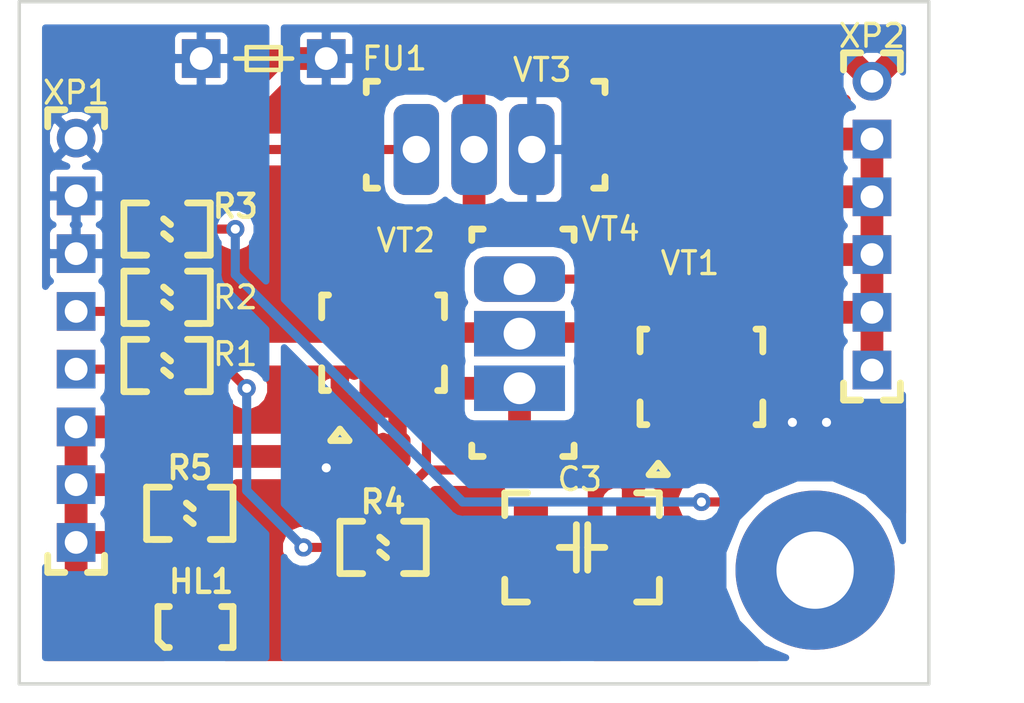
<source format=kicad_pcb>
(kicad_pcb (version 20171130) (host pcbnew "(5.0.0)")

  (general
    (thickness 1.6)
    (drawings 5)
    (tracks 54)
    (zones 0)
    (modules 15)
    (nets 10)
  )

  (page A4)
  (layers
    (0 F.Cu signal)
    (31 B.Cu signal)
    (32 B.Adhes user)
    (33 F.Adhes user)
    (34 B.Paste user)
    (35 F.Paste user)
    (36 B.SilkS user)
    (37 F.SilkS user hide)
    (38 B.Mask user)
    (39 F.Mask user)
    (40 Dwgs.User user)
    (41 Cmts.User user)
    (42 Eco1.User user)
    (43 Eco2.User user)
    (44 Edge.Cuts user)
    (45 Margin user)
    (46 B.CrtYd user)
    (47 F.CrtYd user)
    (48 B.Fab user)
    (49 F.Fab user)
  )

  (setup
    (last_trace_width 1)
    (trace_clearance 0.4)
    (zone_clearance 0.5)
    (zone_45_only no)
    (trace_min 0.4)
    (segment_width 0.2)
    (edge_width 0.15)
    (via_size 0.8)
    (via_drill 0.4)
    (via_min_size 0.4)
    (via_min_drill 0.3)
    (uvia_size 0.3)
    (uvia_drill 0.1)
    (uvias_allowed no)
    (uvia_min_size 0.2)
    (uvia_min_drill 0.1)
    (pcb_text_width 0.3)
    (pcb_text_size 1 1)
    (mod_edge_width 0.15)
    (mod_text_size 1 1)
    (mod_text_width 0.15)
    (pad_size 1.524 1.524)
    (pad_drill 0.762)
    (pad_to_mask_clearance 0.2)
    (aux_axis_origin 0 0)
    (visible_elements 7FFFFFFF)
    (pcbplotparams
      (layerselection 0x010c0_ffffffff)
      (usegerberextensions false)
      (usegerberattributes false)
      (usegerberadvancedattributes false)
      (creategerberjobfile false)
      (excludeedgelayer true)
      (linewidth 0.100000)
      (plotframeref false)
      (viasonmask false)
      (mode 1)
      (useauxorigin false)
      (hpglpennumber 1)
      (hpglpenspeed 20)
      (hpglpendiameter 15.000000)
      (psnegative false)
      (psa4output false)
      (plotreference true)
      (plotvalue true)
      (plotinvisibletext false)
      (padsonsilk false)
      (subtractmaskfromsilk false)
      (outputformat 1)
      (mirror false)
      (drillshape 0)
      (scaleselection 1)
      (outputdirectory "../../для заказа/"))
  )

  (net 0 "")
  (net 1 "Net-(C3-Pad1)")
  (net 2 "Net-(R1-Pad1)")
  (net 3 "Net-(R2-Pad1)")
  (net 4 "Net-(FU1-Pad1)")
  (net 5 "Net-(C3-Pad2)")
  (net 6 "Net-(R1-Pad2)")
  (net 7 "Net-(R2-Pad2)")
  (net 8 "Net-(VT1-Pad5)")
  (net 9 "Net-(HL1-Pad1)")

  (net_class Default "Это класс цепей по умолчанию."
    (clearance 0.4)
    (trace_width 1)
    (via_dia 0.8)
    (via_drill 0.4)
    (uvia_dia 0.3)
    (uvia_drill 0.1)
    (diff_pair_gap 0.25)
    (diff_pair_width 0.4)
    (add_net "Net-(C3-Pad2)")
    (add_net "Net-(FU1-Pad1)")
    (add_net "Net-(HL1-Pad1)")
    (add_net "Net-(VT1-Pad5)")
  )

  (net_class СИЛА ""
    (clearance 0.4)
    (trace_width 1)
    (via_dia 0.8)
    (via_drill 0.4)
    (uvia_dia 0.3)
    (uvia_drill 0.1)
    (diff_pair_gap 0.25)
    (diff_pair_width 0.4)
    (add_net "Net-(C3-Pad1)")
  )

  (net_class управление ""
    (clearance 0.4)
    (trace_width 0.4)
    (via_dia 0.8)
    (via_drill 0.4)
    (uvia_dia 0.3)
    (uvia_drill 0.1)
    (diff_pair_gap 0.25)
    (diff_pair_width 0.4)
    (add_net "Net-(R1-Pad1)")
    (add_net "Net-(R1-Pad2)")
    (add_net "Net-(R2-Pad1)")
    (add_net "Net-(R2-Pad2)")
  )

  (module N_DD:SO-8 (layer F.Cu) (tedit 5C1D5BC7) (tstamp 5C3C62E9)
    (at 213 85)
    (descr "SO-8 Surface Mount Small Outline 150mil 8pin Package")
    (tags "Power Integrations D Package")
    (path /5C3B9786)
    (fp_text reference VT2 (at 1 -4.5 180) (layer F.SilkS)
      (effects (font (size 1 1) (thickness 0.15)))
    )
    (fp_text value "Транзистор_полевой_N-канал(so-8)" (at 0 0) (layer F.Fab)
      (effects (font (size 1 1) (thickness 0.15)))
    )
    (fp_line (start 2.4 2.1) (end 2.7 2.1) (layer F.SilkS) (width 0.3))
    (fp_line (start 2.7 2.1) (end 2.7 1.1) (layer F.SilkS) (width 0.3))
    (fp_line (start 2.4 -2.1) (end 2.7 -2.1) (layer F.SilkS) (width 0.3))
    (fp_line (start 2.7 -2.1) (end 2.7 -1.1) (layer F.SilkS) (width 0.3))
    (fp_line (start -2.4 -2.1) (end -2.7 -2.1) (layer F.SilkS) (width 0.3))
    (fp_line (start -2.7 -2.1) (end -2.7 -1.1) (layer F.SilkS) (width 0.3))
    (fp_line (start -2.4 2.1) (end -2.7 2.1) (layer F.SilkS) (width 0.3))
    (fp_line (start -2.7 2.1) (end -2.7 1.1) (layer F.SilkS) (width 0.3))
    (fp_line (start -1.9 3.8) (end -2.3 4.3) (layer F.SilkS) (width 0.3))
    (fp_line (start -1.9 3.8) (end -1.5 4.3) (layer F.SilkS) (width 0.3))
    (fp_line (start -1.5 4.3) (end -2.3 4.3) (layer F.SilkS) (width 0.3))
    (pad 1 smd rect (at -1.905 2.794) (size 0.6096 1.4732) (layers F.Cu F.Paste F.Mask)
      (net 5 "Net-(C3-Pad2)"))
    (pad 2 smd rect (at -0.635 2.794) (size 0.6096 1.4732) (layers F.Cu F.Paste F.Mask)
      (net 5 "Net-(C3-Pad2)"))
    (pad 3 smd rect (at 0.635 2.794) (size 0.6096 1.4732) (layers F.Cu F.Paste F.Mask)
      (net 5 "Net-(C3-Pad2)"))
    (pad 4 smd rect (at 1.905 2.794) (size 0.6096 1.4732) (layers F.Cu F.Paste F.Mask)
      (net 6 "Net-(R1-Pad2)"))
    (pad 5 smd rect (at 1.905 -2.794) (size 0.6096 1.4732) (layers F.Cu F.Paste F.Mask)
      (net 8 "Net-(VT1-Pad5)"))
    (pad 6 smd rect (at 0.635 -2.794) (size 0.6096 1.4732) (layers F.Cu F.Paste F.Mask)
      (net 8 "Net-(VT1-Pad5)"))
    (pad 7 smd rect (at -0.635 -2.794) (size 0.6096 1.4732) (layers F.Cu F.Paste F.Mask)
      (net 8 "Net-(VT1-Pad5)"))
    (pad 8 smd rect (at -1.905 -2.794) (size 0.6096 1.4732) (layers F.Cu F.Paste F.Mask)
      (net 8 "Net-(VT1-Pad5)"))
    (model ${N_3D}/SO-8.step
      (offset (xyz -1.9 -2.6 0))
      (scale (xyz 1 1 1))
      (rotate (xyz -90 0 -90))
    )
  )

  (module MOTOR_RLC:Конденсатор_SMD_1812 (layer F.Cu) (tedit 5B601A2D) (tstamp 5C3B5A03)
    (at 224 94 180)
    (path /5C25C9F8)
    (fp_text reference C3 (at 2.35 3 180) (layer F.SilkS)
      (effects (font (size 1 1) (thickness 0.15)))
    )
    (fp_text value Конденсатор_керамический (at 2.55 3.55 180) (layer F.Fab)
      (effects (font (size 1 1) (thickness 0.15)))
    )
    (fp_line (start 2 0) (end 1.25 0) (layer F.SilkS) (width 0.3))
    (fp_line (start 2.5 0) (end 3.25 0) (layer F.SilkS) (width 0.3))
    (fp_line (start 2 -1) (end 2 1) (layer F.SilkS) (width 0.3))
    (fp_line (start 2.5 -1) (end 2.5 1) (layer F.SilkS) (width 0.3))
    (fp_line (start 5.65 -2.4) (end 4.65 -2.4) (layer F.SilkS) (width 0.3))
    (fp_line (start 5.65 -2.4) (end 5.65 -1.4) (layer F.SilkS) (width 0.3))
    (fp_line (start 5.65 2.4) (end 4.65 2.4) (layer F.SilkS) (width 0.3))
    (fp_line (start 5.65 2.4) (end 5.65 1.4) (layer F.SilkS) (width 0.3))
    (fp_line (start -1.15 2.4) (end -0.15 2.4) (layer F.SilkS) (width 0.3))
    (fp_line (start -1.15 2.4) (end -1.15 1.4) (layer F.SilkS) (width 0.3))
    (fp_line (start -1.15 -2.4) (end -1.15 -1.4) (layer F.SilkS) (width 0.3))
    (fp_line (start -1.15 -2.4) (end -0.15 -2.4) (layer F.SilkS) (width 0.3))
    (pad 1 smd rect (at 0 0 180) (size 1.5 4) (layers F.Cu F.Paste F.Mask)
      (net 1 "Net-(C3-Pad1)") (clearance 0.2))
    (pad 2 smd rect (at 4.5 0 180) (size 1.5 4) (layers F.Cu F.Paste F.Mask)
      (net 5 "Net-(C3-Pad2)") (clearance 0.2))
    (model "${MOTOR_3D}/Конденсатор 1812.wrl"
      (offset (xyz 0 -1.777999973297119 3.301999950408935))
      (scale (xyz 0.3937 0.3937 0.3937))
      (rotate (xyz 90 0 0))
    )
  )

  (module N_RLC:Резистор_SMD_0805_0,125Вт (layer F.Cu) (tedit 5C2951A1) (tstamp 5C3B5A13)
    (at 202.5 86)
    (path /5C3B86A1)
    (fp_text reference R1 (at 4 -0.5) (layer F.SilkS)
      (effects (font (size 1 1) (thickness 0.15)))
    )
    (fp_text value Резистор_0,125Вт (at 1.29 2.09) (layer F.Fab) hide
      (effects (font (size 1 1) (thickness 0.15)))
    )
    (fp_line (start -0.6 1.15) (end -0.1 1.15) (layer F.SilkS) (width 0.3))
    (fp_line (start 2.5 1.15) (end 2 1.15) (layer F.SilkS) (width 0.3))
    (fp_line (start -0.9 -1.15) (end 0.1 -1.15) (layer F.SilkS) (width 0.3))
    (fp_line (start 2.9 -1.15) (end 1.9 -1.15) (layer F.SilkS) (width 0.3))
    (fp_line (start 2.9 1.15) (end 1.9 1.15) (layer F.SilkS) (width 0.3))
    (fp_line (start -0.9 1.15) (end 0.1 1.15) (layer F.SilkS) (width 0.3))
    (fp_line (start 2.9 -1.15) (end 2.9 1.15) (layer F.SilkS) (width 0.3))
    (fp_line (start -0.9 1.15) (end -0.9 -1.15) (layer F.SilkS) (width 0.3))
    (fp_line (start 0.85 -0.45) (end 1.15 -0.2) (layer F.SilkS) (width 0.3))
    (fp_line (start 0.85 0.2) (end 1.15 0.45) (layer F.SilkS) (width 0.3))
    (pad 2 smd rect (at 2 0) (size 1 1.5) (layers F.Cu F.Paste F.Mask)
      (net 6 "Net-(R1-Pad2)") (clearance 0.2))
    (pad 1 smd rect (at 0 0) (size 1 1.5) (layers F.Cu F.Paste F.Mask)
      (net 2 "Net-(R1-Pad1)") (clearance 0.2))
    (model ${N_3D}/Res_0805.stp
      (offset (xyz 0.05 0.61 0))
      (scale (xyz 1 1 1))
      (rotate (xyz 0 0 90))
    )
  )

  (module N_RLC:Резистор_SMD_0805_0,125Вт (layer F.Cu) (tedit 5C2951A1) (tstamp 5C3B5A23)
    (at 202.5 83)
    (path /5C3B86F7)
    (fp_text reference R2 (at 4 0) (layer F.SilkS)
      (effects (font (size 1 1) (thickness 0.15)))
    )
    (fp_text value Резистор_0,125Вт (at 1.29 2.09) (layer F.Fab) hide
      (effects (font (size 1 1) (thickness 0.15)))
    )
    (fp_line (start 0.85 0.2) (end 1.15 0.45) (layer F.SilkS) (width 0.3))
    (fp_line (start 0.85 -0.45) (end 1.15 -0.2) (layer F.SilkS) (width 0.3))
    (fp_line (start -0.9 1.15) (end -0.9 -1.15) (layer F.SilkS) (width 0.3))
    (fp_line (start 2.9 -1.15) (end 2.9 1.15) (layer F.SilkS) (width 0.3))
    (fp_line (start -0.9 1.15) (end 0.1 1.15) (layer F.SilkS) (width 0.3))
    (fp_line (start 2.9 1.15) (end 1.9 1.15) (layer F.SilkS) (width 0.3))
    (fp_line (start 2.9 -1.15) (end 1.9 -1.15) (layer F.SilkS) (width 0.3))
    (fp_line (start -0.9 -1.15) (end 0.1 -1.15) (layer F.SilkS) (width 0.3))
    (fp_line (start 2.5 1.15) (end 2 1.15) (layer F.SilkS) (width 0.3))
    (fp_line (start -0.6 1.15) (end -0.1 1.15) (layer F.SilkS) (width 0.3))
    (pad 1 smd rect (at 0 0) (size 1 1.5) (layers F.Cu F.Paste F.Mask)
      (net 3 "Net-(R2-Pad1)") (clearance 0.2))
    (pad 2 smd rect (at 2 0) (size 1 1.5) (layers F.Cu F.Paste F.Mask)
      (net 7 "Net-(R2-Pad2)") (clearance 0.2))
    (model ${N_3D}/Res_0805.stp
      (offset (xyz 0.05 0.61 0))
      (scale (xyz 1 1 1))
      (rotate (xyz 0 0 90))
    )
  )

  (module N_DD:SO-8 (layer F.Cu) (tedit 5C1D5BC7) (tstamp 5C3B5A3A)
    (at 227 86.5)
    (descr "SO-8 Surface Mount Small Outline 150mil 8pin Package")
    (tags "Power Integrations D Package")
    (path /5C3BD06C)
    (fp_text reference VT1 (at -0.5 -5 -180) (layer F.SilkS)
      (effects (font (size 1 1) (thickness 0.15)))
    )
    (fp_text value "Транзистор_полевой_P-канал(so-8)" (at 0 0) (layer F.Fab)
      (effects (font (size 1 1) (thickness 0.15)))
    )
    (fp_line (start -1.5 4.3) (end -2.3 4.3) (layer F.SilkS) (width 0.3))
    (fp_line (start -1.9 3.8) (end -1.5 4.3) (layer F.SilkS) (width 0.3))
    (fp_line (start -1.9 3.8) (end -2.3 4.3) (layer F.SilkS) (width 0.3))
    (fp_line (start -2.7 2.1) (end -2.7 1.1) (layer F.SilkS) (width 0.3))
    (fp_line (start -2.4 2.1) (end -2.7 2.1) (layer F.SilkS) (width 0.3))
    (fp_line (start -2.7 -2.1) (end -2.7 -1.1) (layer F.SilkS) (width 0.3))
    (fp_line (start -2.4 -2.1) (end -2.7 -2.1) (layer F.SilkS) (width 0.3))
    (fp_line (start 2.7 -2.1) (end 2.7 -1.1) (layer F.SilkS) (width 0.3))
    (fp_line (start 2.4 -2.1) (end 2.7 -2.1) (layer F.SilkS) (width 0.3))
    (fp_line (start 2.7 2.1) (end 2.7 1.1) (layer F.SilkS) (width 0.3))
    (fp_line (start 2.4 2.1) (end 2.7 2.1) (layer F.SilkS) (width 0.3))
    (pad 8 smd rect (at -1.905 -2.794) (size 0.6096 1.4732) (layers F.Cu F.Paste F.Mask)
      (net 8 "Net-(VT1-Pad5)"))
    (pad 7 smd rect (at -0.635 -2.794) (size 0.6096 1.4732) (layers F.Cu F.Paste F.Mask)
      (net 8 "Net-(VT1-Pad5)"))
    (pad 6 smd rect (at 0.635 -2.794) (size 0.6096 1.4732) (layers F.Cu F.Paste F.Mask)
      (net 8 "Net-(VT1-Pad5)"))
    (pad 5 smd rect (at 1.905 -2.794) (size 0.6096 1.4732) (layers F.Cu F.Paste F.Mask)
      (net 8 "Net-(VT1-Pad5)"))
    (pad 4 smd rect (at 1.905 2.794) (size 0.6096 1.4732) (layers F.Cu F.Paste F.Mask)
      (net 7 "Net-(R2-Pad2)"))
    (pad 3 smd rect (at 0.635 2.794) (size 0.6096 1.4732) (layers F.Cu F.Paste F.Mask)
      (net 1 "Net-(C3-Pad1)"))
    (pad 2 smd rect (at -0.635 2.794) (size 0.6096 1.4732) (layers F.Cu F.Paste F.Mask)
      (net 1 "Net-(C3-Pad1)"))
    (pad 1 smd rect (at -1.905 2.794) (size 0.6096 1.4732) (layers F.Cu F.Paste F.Mask)
      (net 1 "Net-(C3-Pad1)"))
    (model ${N_3D}/SO-8.step
      (offset (xyz -1.9 -2.6 0))
      (scale (xyz 1 1 1))
      (rotate (xyz -90 0 -90))
    )
  )

  (module N_X:Вилка_PLS8_вертикальная (layer F.Cu) (tedit 5C3231B6) (tstamp 5C3B5A65)
    (at 199.5 76 270)
    (path /5C262672)
    (fp_text reference XP1 (at -2 0) (layer F.SilkS)
      (effects (font (size 1 1) (thickness 0.15)))
    )
    (fp_text value Вилка_PLS8 (at 10.16 2.5 270) (layer F.Fab)
      (effects (font (size 1 1) (thickness 0.15)))
    )
    (fp_line (start -1.25 -1.25) (end -0.5 -1.25) (layer F.SilkS) (width 0.3))
    (fp_line (start -1.25 -1.25) (end -1.25 -0.5) (layer F.SilkS) (width 0.3))
    (fp_line (start -1.25 0.5) (end -1.25 1.25) (layer F.SilkS) (width 0.3))
    (fp_line (start -1.25 1.25) (end -0.5 1.25) (layer F.SilkS) (width 0.3))
    (fp_line (start 18.35 -1.25) (end 19.1 -1.25) (layer F.SilkS) (width 0.3))
    (fp_line (start 19.1 1.25) (end 18.35 1.25) (layer F.SilkS) (width 0.3))
    (fp_line (start 19.1 -1.25) (end 19.1 -0.5) (layer F.SilkS) (width 0.3))
    (fp_line (start 19.1 0.5) (end 19.1 1.25) (layer F.SilkS) (width 0.3))
    (pad 1 thru_hole circle (at 0 0 270) (size 1.7 1.7) (drill 1) (layers *.Cu *.Mask)
      (net 4 "Net-(FU1-Pad1)"))
    (pad 2 thru_hole rect (at 2.54 0 270) (size 1.7 1.7) (drill 1) (layers *.Cu *.Mask)
      (net 4 "Net-(FU1-Pad1)"))
    (pad 3 thru_hole rect (at 5.08 0 270) (size 1.7 1.7) (drill 1) (layers *.Cu *.Mask)
      (net 4 "Net-(FU1-Pad1)"))
    (pad 4 thru_hole rect (at 7.62 0 270) (size 1.7 1.7) (drill 1) (layers *.Cu *.Mask)
      (net 3 "Net-(R2-Pad1)"))
    (pad 5 thru_hole rect (at 10.16 0 270) (size 1.7 1.7) (drill 1) (layers *.Cu *.Mask)
      (net 2 "Net-(R1-Pad1)"))
    (pad 6 thru_hole rect (at 12.7 0 270) (size 1.7 1.7) (drill 1) (layers *.Cu *.Mask)
      (net 5 "Net-(C3-Pad2)"))
    (pad 7 thru_hole rect (at 15.24 0 270) (size 1.7 1.7) (drill 1) (layers *.Cu *.Mask)
      (net 5 "Net-(C3-Pad2)"))
    (pad 8 thru_hole rect (at 17.78 0 270) (size 1.7 1.7) (drill 1) (layers *.Cu *.Mask)
      (net 5 "Net-(C3-Pad2)"))
    (model ${N_3D}/single_pls1.stp
      (offset (xyz -1.25 -1.25 0))
      (scale (xyz 1 1 1))
      (rotate (xyz -90 0 0))
    )
    (model ${N_3D}/single_pls1.stp
      (offset (xyz 1.29 -1.25 0))
      (scale (xyz 1 1 1))
      (rotate (xyz -90 0 0))
    )
    (model ${N_3D}/single_pls1.stp
      (offset (xyz 3.83 -1.25 0))
      (scale (xyz 1 1 1))
      (rotate (xyz -90 0 0))
    )
    (model ${N_3D}/single_pls1.stp
      (offset (xyz 6.37 -1.25 0))
      (scale (xyz 1 1 1))
      (rotate (xyz -90 0 0))
    )
    (model ${N_3D}/single_pls1.stp
      (offset (xyz 8.91 -1.25 0))
      (scale (xyz 1 1 1))
      (rotate (xyz -90 0 0))
    )
    (model ${N_3D}/single_pls1.stp
      (offset (xyz 11.45 -1.25 0))
      (scale (xyz 1 1 1))
      (rotate (xyz -90 0 0))
    )
    (model ${N_3D}/single_pls1.stp
      (offset (xyz 13.99 -1.25 0))
      (scale (xyz 1 1 1))
      (rotate (xyz -90 0 0))
    )
    (model ${N_3D}/single_pls1.stp
      (offset (xyz 16.53 -1.25 0))
      (scale (xyz 1 1 1))
      (rotate (xyz -90 0 0))
    )
  )

  (module N_X:Вилка_PLS6_вертикальная (layer F.Cu) (tedit 5C32313F) (tstamp 5C3B5A77)
    (at 234.5 73.5 270)
    (path /5C267DB0)
    (fp_text reference XP2 (at -2 0) (layer F.SilkS)
      (effects (font (size 1 1) (thickness 0.15)))
    )
    (fp_text value Вилка_PLS6 (at 7.62 2.5 270) (layer F.Fab)
      (effects (font (size 1 1) (thickness 0.15)))
    )
    (fp_line (start -1.25 -1.25) (end -0.5 -1.25) (layer F.SilkS) (width 0.3))
    (fp_line (start -1.25 -1.25) (end -1.25 -0.5) (layer F.SilkS) (width 0.3))
    (fp_line (start -1.25 0.5) (end -1.25 1.25) (layer F.SilkS) (width 0.3))
    (fp_line (start -1.25 1.25) (end -0.5 1.25) (layer F.SilkS) (width 0.3))
    (fp_line (start 13.27 -1.25) (end 14.02 -1.25) (layer F.SilkS) (width 0.3))
    (fp_line (start 14.02 0.5) (end 14.02 1.25) (layer F.SilkS) (width 0.3))
    (fp_line (start 14.02 -1.25) (end 14.02 -0.5) (layer F.SilkS) (width 0.3))
    (fp_line (start 14.02 1.25) (end 13.27 1.25) (layer F.SilkS) (width 0.3))
    (pad 1 thru_hole circle (at 0 0 270) (size 1.7 1.7) (drill 1) (layers *.Cu *.Mask)
      (net 8 "Net-(VT1-Pad5)"))
    (pad 2 thru_hole rect (at 2.54 0 270) (size 1.7 1.7) (drill 1) (layers *.Cu *.Mask)
      (net 8 "Net-(VT1-Pad5)"))
    (pad 3 thru_hole rect (at 5.08 0 270) (size 1.7 1.7) (drill 1) (layers *.Cu *.Mask)
      (net 8 "Net-(VT1-Pad5)"))
    (pad 4 thru_hole rect (at 7.62 0 270) (size 1.7 1.7) (drill 1) (layers *.Cu *.Mask)
      (net 8 "Net-(VT1-Pad5)"))
    (pad 5 thru_hole rect (at 10.16 0 270) (size 1.7 1.7) (drill 1) (layers *.Cu *.Mask)
      (net 8 "Net-(VT1-Pad5)"))
    (pad 6 thru_hole rect (at 12.7 0 270) (size 1.7 1.7) (drill 1) (layers *.Cu *.Mask)
      (net 8 "Net-(VT1-Pad5)"))
    (model ${N_3D}/single_pls1.stp
      (offset (xyz -1.25 -1.25 0))
      (scale (xyz 1 1 1))
      (rotate (xyz -90 0 0))
    )
    (model ${N_3D}/single_pls1.stp
      (offset (xyz 1.29 -1.25 0))
      (scale (xyz 1 1 1))
      (rotate (xyz -90 0 0))
    )
    (model ${N_3D}/single_pls1.stp
      (offset (xyz 3.83 -1.25 0))
      (scale (xyz 1 1 1))
      (rotate (xyz -90 0 0))
    )
    (model ${N_3D}/single_pls1.stp
      (offset (xyz 6.37 -1.25 0))
      (scale (xyz 1 1 1))
      (rotate (xyz -90 0 0))
    )
    (model ${N_3D}/single_pls1.stp
      (offset (xyz 8.91 -1.25 0))
      (scale (xyz 1 1 1))
      (rotate (xyz -90 0 0))
    )
    (model ${N_3D}/single_pls1.stp
      (offset (xyz 11.45 -1.25 0))
      (scale (xyz 1 1 1))
      (rotate (xyz -90 0 0))
    )
  )

  (module N_RLC:Предохранитель_MF-R_d10.4 (layer F.Cu) (tedit 5C2B8468) (tstamp 5C3BADAE)
    (at 205 72.5)
    (path /5C26F005)
    (fp_text reference FU1 (at 8.5 0) (layer F.SilkS)
      (effects (font (size 1 1) (thickness 0.15)))
    )
    (fp_text value Предохранитель (at 5.08 2.54) (layer F.Fab)
      (effects (font (size 1 1) (thickness 0.15)))
    )
    (fp_line (start 1.5 0) (end 4 0) (layer F.SilkS) (width 0.2))
    (fp_line (start 2 -0.5) (end 3.5 -0.5) (layer F.SilkS) (width 0.2))
    (fp_line (start 3.5 -0.5) (end 3.5 0.5) (layer F.SilkS) (width 0.2))
    (fp_line (start 3.5 0.5) (end 2 0.5) (layer F.SilkS) (width 0.2))
    (fp_line (start 2 0.5) (end 2 -0.5) (layer F.SilkS) (width 0.2))
    (pad 2 thru_hole rect (at 5.5 0 90) (size 1.7 1.7) (drill 1) (layers *.Cu *.Mask)
      (net 1 "Net-(C3-Pad1)"))
    (pad 1 thru_hole rect (at 0 0) (size 1.7 1.7) (drill 1) (layers *.Cu *.Mask)
      (net 4 "Net-(FU1-Pad1)"))
    (model ${N_3D}/FU_MF-R090.step
      (offset (xyz 2.75 0 0))
      (scale (xyz 1 1 1))
      (rotate (xyz -90 0 65))
    )
  )

  (module N_RLC:Резистор_SMD_0805_0,125Вт (layer F.Cu) (tedit 5C2951A1) (tstamp 5C3C2E35)
    (at 202.5 80)
    (path /5C3C3CEF)
    (fp_text reference R3 (at 4 -1 180) (layer F.SilkS)
      (effects (font (size 1 1) (thickness 0.2)))
    )
    (fp_text value Резистор_0,125Вт (at 1.29 2.09) (layer F.Fab) hide
      (effects (font (size 2 1.6) (thickness 0.3)))
    )
    (fp_line (start -0.6 1.15) (end -0.1 1.15) (layer F.SilkS) (width 0.3))
    (fp_line (start 2.5 1.15) (end 2 1.15) (layer F.SilkS) (width 0.3))
    (fp_line (start -0.9 -1.15) (end 0.1 -1.15) (layer F.SilkS) (width 0.3))
    (fp_line (start 2.9 -1.15) (end 1.9 -1.15) (layer F.SilkS) (width 0.3))
    (fp_line (start 2.9 1.15) (end 1.9 1.15) (layer F.SilkS) (width 0.3))
    (fp_line (start -0.9 1.15) (end 0.1 1.15) (layer F.SilkS) (width 0.3))
    (fp_line (start 2.9 -1.15) (end 2.9 1.15) (layer F.SilkS) (width 0.3))
    (fp_line (start -0.9 1.15) (end -0.9 -1.15) (layer F.SilkS) (width 0.3))
    (fp_line (start 0.85 -0.45) (end 1.15 -0.2) (layer F.SilkS) (width 0.3))
    (fp_line (start 0.85 0.2) (end 1.15 0.45) (layer F.SilkS) (width 0.3))
    (pad 2 smd rect (at 2 0) (size 1 1.5) (layers F.Cu F.Paste F.Mask)
      (net 7 "Net-(R2-Pad2)") (clearance 0.2))
    (pad 1 smd rect (at 0 0) (size 1 1.5) (layers F.Cu F.Paste F.Mask)
      (net 1 "Net-(C3-Pad1)") (clearance 0.2))
    (model ${N_3D}/Res_0805.stp
      (offset (xyz 0.05 0.61 0))
      (scale (xyz 1 1 1))
      (rotate (xyz 0 0 90))
    )
  )

  (module N_RLC:Резистор_SMD_0805_0,125Вт (layer F.Cu) (tedit 5C2951A1) (tstamp 5C3C2E45)
    (at 212 94)
    (path /5C3D0422)
    (fp_text reference R4 (at 1 -2) (layer F.SilkS)
      (effects (font (size 1 1) (thickness 0.2)))
    )
    (fp_text value Резистор_0,125Вт (at 1.29 2.09) (layer F.Fab) hide
      (effects (font (size 2 1.6) (thickness 0.3)))
    )
    (fp_line (start 0.85 0.2) (end 1.15 0.45) (layer F.SilkS) (width 0.3))
    (fp_line (start 0.85 -0.45) (end 1.15 -0.2) (layer F.SilkS) (width 0.3))
    (fp_line (start -0.9 1.15) (end -0.9 -1.15) (layer F.SilkS) (width 0.3))
    (fp_line (start 2.9 -1.15) (end 2.9 1.15) (layer F.SilkS) (width 0.3))
    (fp_line (start -0.9 1.15) (end 0.1 1.15) (layer F.SilkS) (width 0.3))
    (fp_line (start 2.9 1.15) (end 1.9 1.15) (layer F.SilkS) (width 0.3))
    (fp_line (start 2.9 -1.15) (end 1.9 -1.15) (layer F.SilkS) (width 0.3))
    (fp_line (start -0.9 -1.15) (end 0.1 -1.15) (layer F.SilkS) (width 0.3))
    (fp_line (start 2.5 1.15) (end 2 1.15) (layer F.SilkS) (width 0.3))
    (fp_line (start -0.6 1.15) (end -0.1 1.15) (layer F.SilkS) (width 0.3))
    (pad 1 smd rect (at 0 0) (size 1 1.5) (layers F.Cu F.Paste F.Mask)
      (net 6 "Net-(R1-Pad2)") (clearance 0.2))
    (pad 2 smd rect (at 2 0) (size 1 1.5) (layers F.Cu F.Paste F.Mask)
      (net 5 "Net-(C3-Pad2)") (clearance 0.2))
    (model ${N_3D}/Res_0805.stp
      (offset (xyz 0.05 0.61 0))
      (scale (xyz 1 1 1))
      (rotate (xyz 0 0 90))
    )
  )

  (module N_X:Отверстие_М3 (layer F.Cu) (tedit 5C3C86DD) (tstamp 5C3C4AC1)
    (at 232 95)
    (fp_text reference rM3 (at -4.5 3.5) (layer F.SilkS) hide
      (effects (font (size 1.5 1.5) (thickness 0.15)))
    )
    (fp_text value Отверстие_М3 (at 0 5) (layer F.Fab)
      (effects (font (size 1 1) (thickness 0.15)))
    )
    (pad "" thru_hole circle (at 0 0) (size 7 7) (drill 3.4) (layers *.Cu *.Paste *.Mask))
  )

  (module MOTOR_IMPORT_OTK:Транзистор_P_IRF9Z24NPBF (layer F.Cu) (tedit 5B98E252) (tstamp 5C3C8273)
    (at 214.46 76.5)
    (path /5C3DA611)
    (fp_text reference VT3 (at 5.54 -3.5) (layer F.SilkS)
      (effects (font (size 1 1) (thickness 0.15)))
    )
    (fp_text value Транзистор_полевой_P-канал (at 2.4 2.9) (layer F.Fab)
      (effects (font (size 1 1) (thickness 0.15)))
    )
    (fp_line (start -2.2 1.7) (end -2.2 1.2) (layer F.SilkS) (width 0.3))
    (fp_line (start -2.2 1.7) (end -1.7 1.7) (layer F.SilkS) (width 0.3))
    (fp_line (start 8.3 1.7) (end 7.8 1.7) (layer F.SilkS) (width 0.3))
    (fp_line (start 8.3 1.7) (end 8.3 1.2) (layer F.SilkS) (width 0.3))
    (fp_line (start 8.3 -3) (end 7.8 -3) (layer F.SilkS) (width 0.3))
    (fp_line (start 8.3 -3) (end 8.3 -2.5) (layer F.SilkS) (width 0.3))
    (fp_line (start -2.2 -3) (end -2.2 -2.5) (layer F.SilkS) (width 0.3))
    (fp_line (start -2.2 -3) (end -1.7 -3) (layer F.SilkS) (width 0.3))
    (pad 1 thru_hole roundrect (at 0 0) (size 2 4) (drill 1.2) (layers *.Cu *.Mask) (roundrect_rratio 0.25)
      (net 7 "Net-(R2-Pad2)"))
    (pad 2 thru_hole roundrect (at 2.54 0) (size 2 4) (drill 1.2) (layers *.Cu *.Mask) (roundrect_rratio 0.25)
      (net 8 "Net-(VT1-Pad5)"))
    (pad 3 thru_hole roundrect (at 5.08 0) (size 2 4) (drill 1.2) (layers *.Cu *.Mask) (roundrect_rratio 0.25)
      (net 1 "Net-(C3-Pad1)"))
  )

  (module MOTOR_IMPORT_OTK:Транзистор_N_STP10NK60Z (layer F.Cu) (tedit 5B98E1EB) (tstamp 5C3C8282)
    (at 219 82.2 270)
    (path /5C3DA698)
    (fp_text reference VT4 (at -2.2 -4) (layer F.SilkS)
      (effects (font (size 1 1) (thickness 0.15)))
    )
    (fp_text value Транзистор_полевой_N-канал (at 2.3 3.3 270) (layer F.Fab)
      (effects (font (size 1 1) (thickness 0.15)))
    )
    (fp_line (start 7.8 2.1) (end 7.3 2.1) (layer F.SilkS) (width 0.3))
    (fp_line (start 7.8 2.1) (end 7.8 1.6) (layer F.SilkS) (width 0.3))
    (fp_line (start -2.2 2.1) (end -2.2 1.6) (layer F.SilkS) (width 0.3))
    (fp_line (start -2.2 2.1) (end -1.7 2.1) (layer F.SilkS) (width 0.3))
    (fp_line (start 7.8 -2.4) (end 7.3 -2.4) (layer F.SilkS) (width 0.3))
    (fp_line (start 7.8 -2.4) (end 7.8 -1.9) (layer F.SilkS) (width 0.3))
    (fp_line (start -2.2 -2.4) (end -1.7 -2.4) (layer F.SilkS) (width 0.3))
    (fp_line (start -2.2 -2.4) (end -2.2 -1.9) (layer F.SilkS) (width 0.3))
    (pad 1 thru_hole roundrect (at 0 0 270) (size 2 4) (drill 1.4) (layers *.Cu *.Mask) (roundrect_rratio 0.25)
      (net 6 "Net-(R1-Pad2)"))
    (pad 2 thru_hole rect (at 2.4 0 270) (size 2 4) (drill 1.4) (layers *.Cu *.Mask)
      (net 8 "Net-(VT1-Pad5)"))
    (pad 3 thru_hole rect (at 4.8 0 270) (size 2 4) (drill 1.4) (layers *.Cu *.Mask)
      (net 5 "Net-(C3-Pad2)"))
  )

  (module N_VD_HL:Светодиод_SMD_0603 (layer F.Cu) (tedit 5C2951B7) (tstamp 5C3F53D8)
    (at 205.5 97.5 180)
    (path /5C3F6AD0)
    (fp_text reference HL1 (at 0.5 2 180) (layer F.SilkS)
      (effects (font (size 1 1) (thickness 0.2)))
    )
    (fp_text value Светодиод (at 0.1524 2.5146 180) (layer F.Fab)
      (effects (font (size 1 1) (thickness 0.15)))
    )
    (fp_line (start -0.9 -0.9) (end -0.9 0.9) (layer F.SilkS) (width 0.3))
    (fp_line (start -0.9 -0.9) (end -0.4 -0.9) (layer F.SilkS) (width 0.3))
    (fp_line (start -0.9 0.9) (end -0.4 0.9) (layer F.SilkS) (width 0.3))
    (fp_line (start 2.4 0.9) (end 1.9 0.9) (layer F.SilkS) (width 0.3))
    (fp_line (start 2.4 0.9) (end 2.4 -0.6) (layer F.SilkS) (width 0.3))
    (fp_line (start 1.9 -0.9) (end 2.1 -0.9) (layer F.SilkS) (width 0.3))
    (fp_line (start 2.1 -0.9) (end 2.4 -0.6) (layer F.SilkS) (width 0.3))
    (pad 1 smd rect (at 0 0 180) (size 1 1) (layers F.Cu F.Paste F.Mask)
      (net 9 "Net-(HL1-Pad1)") (clearance 0.2))
    (pad 2 smd rect (at 1.5 0 180) (size 1 1) (layers F.Cu F.Paste F.Mask)
      (net 5 "Net-(C3-Pad2)") (clearance 0.2))
    (model ${N_3D}/LED_0603.step
      (offset (xyz 0.75 0 0))
      (scale (xyz 1 1 1))
      (rotate (xyz 0 0 0))
    )
  )

  (module N_RLC:Резистор_SMD_0805_0,125Вт (layer F.Cu) (tedit 5C2951A1) (tstamp 5C3F53E8)
    (at 203.5 92.5)
    (path /5C3F6DAB)
    (fp_text reference R5 (at 1 -2) (layer F.SilkS)
      (effects (font (size 1 1) (thickness 0.2)))
    )
    (fp_text value Резистор_0,125Вт (at 1.29 2.09) (layer F.Fab) hide
      (effects (font (size 2 1.6) (thickness 0.3)))
    )
    (fp_line (start -0.6 1.15) (end -0.1 1.15) (layer F.SilkS) (width 0.3))
    (fp_line (start 2.5 1.15) (end 2 1.15) (layer F.SilkS) (width 0.3))
    (fp_line (start -0.9 -1.15) (end 0.1 -1.15) (layer F.SilkS) (width 0.3))
    (fp_line (start 2.9 -1.15) (end 1.9 -1.15) (layer F.SilkS) (width 0.3))
    (fp_line (start 2.9 1.15) (end 1.9 1.15) (layer F.SilkS) (width 0.3))
    (fp_line (start -0.9 1.15) (end 0.1 1.15) (layer F.SilkS) (width 0.3))
    (fp_line (start 2.9 -1.15) (end 2.9 1.15) (layer F.SilkS) (width 0.3))
    (fp_line (start -0.9 1.15) (end -0.9 -1.15) (layer F.SilkS) (width 0.3))
    (fp_line (start 0.85 -0.45) (end 1.15 -0.2) (layer F.SilkS) (width 0.3))
    (fp_line (start 0.85 0.2) (end 1.15 0.45) (layer F.SilkS) (width 0.3))
    (pad 2 smd rect (at 2 0) (size 1 1.5) (layers F.Cu F.Paste F.Mask)
      (net 9 "Net-(HL1-Pad1)") (clearance 0.2))
    (pad 1 smd rect (at 0 0) (size 1 1.5) (layers F.Cu F.Paste F.Mask)
      (net 1 "Net-(C3-Pad1)") (clearance 0.2))
    (model ${N_3D}/Res_0805.stp
      (offset (xyz 0.05 0.61 0))
      (scale (xyz 1 1 1))
      (rotate (xyz 0 0 90))
    )
  )

  (gr_text hb.0 (at 227.5 74) (layer F.Cu)
    (effects (font (size 1 1) (thickness 0.25)))
  )
  (gr_line (start 237 100) (end 237 70) (angle 90) (layer Edge.Cuts) (width 0.15))
  (gr_line (start 197 100) (end 237 100) (angle 90) (layer Edge.Cuts) (width 0.15))
  (gr_line (start 197 70) (end 197 100) (angle 90) (layer Edge.Cuts) (width 0.15))
  (gr_line (start 237 70) (end 197 70) (angle 90) (layer Edge.Cuts) (width 0.15))

  (segment (start 208.25 72.5) (end 208.65 72.5) (width 1) (layer F.Cu) (net 1))
  (segment (start 208.65 72.5) (end 210.5 72.5) (width 1) (layer F.Cu) (net 1))
  (segment (start 202.5 78.25) (end 208.25 72.5) (width 1) (layer F.Cu) (net 1))
  (segment (start 202.5 80) (end 202.5 78.25) (width 1) (layer F.Cu) (net 1))
  (via (at 232.5 88.5) (size 0.8) (drill 0.4) (layers F.Cu B.Cu) (net 1))
  (via (at 231 88.5) (size 0.8) (drill 0.4) (layers F.Cu B.Cu) (net 1))
  (segment (start 203.5 90.75) (end 204.25 90) (width 1) (layer F.Cu) (net 1))
  (segment (start 203.5 92.5) (end 203.5 90.75) (width 1) (layer F.Cu) (net 1))
  (via (at 210.5 90.5) (size 0.8) (drill 0.4) (layers F.Cu B.Cu) (net 1))
  (segment (start 204.25 90) (end 210 90) (width 1) (layer F.Cu) (net 1))
  (segment (start 210 90) (end 210.5 90.5) (width 1) (layer F.Cu) (net 1))
  (segment (start 199.5 86.16) (end 202.34 86.16) (width 0.4) (layer F.Cu) (net 2) (status C00000))
  (segment (start 202.34 86.16) (end 202.5 86) (width 0.4) (layer F.Cu) (net 2) (tstamp 5C3B9C1B) (status C00000))
  (segment (start 199.5 83.62) (end 200.88 83.62) (width 0.4) (layer F.Cu) (net 3) (status 400000))
  (segment (start 201.5 83) (end 202.5 83) (width 0.4) (layer F.Cu) (net 3) (tstamp 5C3B9C1F) (status 800000))
  (segment (start 200.88 83.62) (end 201.5 83) (width 0.4) (layer F.Cu) (net 3) (tstamp 5C3B9C1E))
  (segment (start 199.5 91.24) (end 199.5 88.7) (width 1) (layer F.Cu) (net 5) (status C00000))
  (segment (start 199.5 93.78) (end 199.5 91.24) (width 1) (layer F.Cu) (net 5) (status C00000))
  (segment (start 214 94) (end 219.5 94) (width 1) (layer F.Cu) (net 5))
  (segment (start 212 92.25) (end 212 94) (width 0.4) (layer F.Cu) (net 6))
  (segment (start 212.75 91.5) (end 212 92.25) (width 0.4) (layer F.Cu) (net 6))
  (segment (start 214 91.5) (end 212.75 91.5) (width 0.4) (layer F.Cu) (net 6))
  (segment (start 214.905 90.595) (end 214 91.5) (width 0.4) (layer F.Cu) (net 6))
  (via (at 209.5 94) (size 0.8) (drill 0.4) (layers F.Cu B.Cu) (net 6))
  (segment (start 211 94) (end 212 94) (width 0.4) (layer F.Cu) (net 6))
  (segment (start 209.5 94) (end 211 94) (width 0.4) (layer F.Cu) (net 6))
  (segment (start 214.905 90.595) (end 221.405 90.595) (width 0.4) (layer F.Cu) (net 6))
  (segment (start 221.405 90.595) (end 223 89) (width 0.4) (layer F.Cu) (net 6))
  (segment (start 223 89) (end 223 83) (width 0.4) (layer F.Cu) (net 6))
  (segment (start 222.2 82.2) (end 219 82.2) (width 0.4) (layer F.Cu) (net 6))
  (segment (start 223 83) (end 222.2 82.2) (width 0.4) (layer F.Cu) (net 6))
  (segment (start 214.905 90.595) (end 214.905 87.794) (width 0.4) (layer F.Cu) (net 6))
  (via (at 207 87) (size 0.8) (drill 0.4) (layers F.Cu B.Cu) (net 6))
  (segment (start 206 86) (end 207 87) (width 0.4) (layer F.Cu) (net 6))
  (segment (start 204.5 86) (end 206 86) (width 0.4) (layer F.Cu) (net 6))
  (segment (start 207 91.5) (end 209.5 94) (width 0.4) (layer B.Cu) (net 6))
  (segment (start 207 87) (end 207 91.5) (width 0.4) (layer B.Cu) (net 6))
  (segment (start 204.5 83) (end 204.5 80) (width 0.4) (layer F.Cu) (net 7))
  (segment (start 213.36 76.5) (end 214.46 76.5) (width 0.4) (layer F.Cu) (net 7))
  (segment (start 206.85 76.5) (end 213.36 76.5) (width 0.4) (layer F.Cu) (net 7))
  (segment (start 204.5 80) (end 204.5 78.85) (width 0.4) (layer F.Cu) (net 7))
  (segment (start 204.5 78.85) (end 206.85 76.5) (width 0.4) (layer F.Cu) (net 7))
  (segment (start 228.905 91.095) (end 228.905 89.294) (width 0.4) (layer F.Cu) (net 7))
  (segment (start 227 92) (end 216.5 92) (width 0.4) (layer B.Cu) (net 7))
  (segment (start 216.5 92) (end 206.5 82) (width 0.4) (layer B.Cu) (net 7))
  (segment (start 206.5 82) (end 206.5 80) (width 0.4) (layer B.Cu) (net 7))
  (segment (start 227 92) (end 228 92) (width 0.4) (layer F.Cu) (net 7))
  (segment (start 206.5 80) (end 205.4 80) (width 0.4) (layer F.Cu) (net 7))
  (via (at 206.5 80) (size 0.8) (drill 0.4) (layers F.Cu B.Cu) (net 7))
  (via (at 227 92) (size 0.8) (drill 0.4) (layers F.Cu B.Cu) (net 7))
  (segment (start 205.4 80) (end 204.5 80) (width 0.4) (layer F.Cu) (net 7))
  (segment (start 228 92) (end 228.905 91.095) (width 0.4) (layer F.Cu) (net 7))
  (segment (start 234.5 86.2) (end 234.5 83.66) (width 1) (layer F.Cu) (net 8))
  (segment (start 205.5 97.5) (end 205.5 92.5) (width 1) (layer F.Cu) (net 9))

  (zone (net 8) (net_name "Net-(VT1-Pad5)") (layer F.Cu) (tstamp 5C78DDB9) (hatch edge 0.508)
    (connect_pads (clearance 0.5))
    (min_thickness 0.5)
    (fill yes (arc_segments 16) (thermal_gap 0.5) (thermal_bridge_width 1))
    (polygon
      (pts
        (xy 236 85) (xy 236 71) (xy 198 71) (xy 198 85)
      )
    )
    (filled_polygon
      (pts
        (xy 235.75 72.692258) (xy 235.682309 72.671244) (xy 234.853553 73.5) (xy 234.867696 73.514143) (xy 234.514143 73.867696)
        (xy 234.5 73.853553) (xy 234.485858 73.867696) (xy 234.132305 73.514143) (xy 234.146447 73.5) (xy 233.317691 72.671244)
        (xy 233.048857 72.7547) (xy 232.874105 73.366761) (xy 232.94688 73.999106) (xy 233.048857 74.2453) (xy 233.317688 74.328755)
        (xy 233.173149 74.473294) (xy 233.245578 74.545723) (xy 233.225159 74.554181) (xy 233.014181 74.765159) (xy 232.9 75.040816)
        (xy 232.9 75.6025) (xy 233.0875 75.79) (xy 234.25 75.79) (xy 234.25 75.77) (xy 234.75 75.77)
        (xy 234.75 75.79) (xy 234.77 75.79) (xy 234.77 76.29) (xy 234.75 76.29) (xy 234.75 78.33)
        (xy 234.77 78.33) (xy 234.77 78.83) (xy 234.75 78.83) (xy 234.75 80.87) (xy 234.77 80.87)
        (xy 234.77 81.37) (xy 234.75 81.37) (xy 234.75 83.41) (xy 234.77 83.41) (xy 234.77 83.91)
        (xy 234.75 83.91) (xy 234.75 83.93) (xy 234.25 83.93) (xy 234.25 83.91) (xy 233.0875 83.91)
        (xy 232.9 84.0975) (xy 232.9 84.659184) (xy 232.937617 84.75) (xy 229.894265 84.75) (xy 229.9598 84.591785)
        (xy 229.9598 84.1435) (xy 229.7723 83.956) (xy 229.0574 83.956) (xy 229.0574 83.976) (xy 228.7526 83.976)
        (xy 228.7526 83.956) (xy 227.7874 83.956) (xy 227.7874 83.976) (xy 227.4826 83.976) (xy 227.4826 83.956)
        (xy 226.5174 83.956) (xy 226.5174 83.976) (xy 226.2126 83.976) (xy 226.2126 83.956) (xy 225.2474 83.956)
        (xy 225.2474 83.976) (xy 224.9426 83.976) (xy 224.9426 83.956) (xy 224.2277 83.956) (xy 224.0402 84.1435)
        (xy 224.0402 84.591785) (xy 224.105735 84.75) (xy 223.95 84.75) (xy 223.95 83.093559) (xy 223.96861 83)
        (xy 223.95 82.906441) (xy 223.95 82.906436) (xy 223.93285 82.820215) (xy 224.0402 82.820215) (xy 224.0402 83.2685)
        (xy 224.2277 83.456) (xy 224.9426 83.456) (xy 224.9426 82.4069) (xy 225.2474 82.4069) (xy 225.2474 83.456)
        (xy 226.2126 83.456) (xy 226.2126 82.4069) (xy 226.5174 82.4069) (xy 226.5174 83.456) (xy 227.4826 83.456)
        (xy 227.4826 82.4069) (xy 227.7874 82.4069) (xy 227.7874 83.456) (xy 228.7526 83.456) (xy 228.7526 82.4069)
        (xy 229.0574 82.4069) (xy 229.0574 83.456) (xy 229.7723 83.456) (xy 229.9598 83.2685) (xy 229.9598 82.820215)
        (xy 229.845619 82.544559) (xy 229.634641 82.333581) (xy 229.358984 82.2194) (xy 229.2449 82.2194) (xy 229.0574 82.4069)
        (xy 228.7526 82.4069) (xy 228.5651 82.2194) (xy 228.451016 82.2194) (xy 228.27 82.294379) (xy 228.088984 82.2194)
        (xy 227.9749 82.2194) (xy 227.7874 82.4069) (xy 227.4826 82.4069) (xy 227.2951 82.2194) (xy 227.181016 82.2194)
        (xy 227 82.294379) (xy 226.818984 82.2194) (xy 226.7049 82.2194) (xy 226.5174 82.4069) (xy 226.2126 82.4069)
        (xy 226.0251 82.2194) (xy 225.911016 82.2194) (xy 225.73 82.294379) (xy 225.548984 82.2194) (xy 225.4349 82.2194)
        (xy 225.2474 82.4069) (xy 224.9426 82.4069) (xy 224.7551 82.2194) (xy 224.641016 82.2194) (xy 224.365359 82.333581)
        (xy 224.154381 82.544559) (xy 224.0402 82.820215) (xy 223.93285 82.820215) (xy 223.89488 82.629329) (xy 223.779065 82.456)
        (xy 223.737911 82.394408) (xy 223.737909 82.394406) (xy 223.684911 82.315089) (xy 223.605593 82.26209) (xy 222.937911 81.594409)
        (xy 222.91325 81.5575) (xy 232.9 81.5575) (xy 232.9 82.119184) (xy 233.012176 82.39) (xy 232.9 82.660816)
        (xy 232.9 83.2225) (xy 233.0875 83.41) (xy 234.25 83.41) (xy 234.25 81.37) (xy 233.0875 81.37)
        (xy 232.9 81.5575) (xy 222.91325 81.5575) (xy 222.884911 81.515089) (xy 222.570671 81.30512) (xy 222.293564 81.25)
        (xy 222.293559 81.25) (xy 222.2 81.23139) (xy 222.106441 81.25) (xy 221.675182 81.25) (xy 221.668424 81.216023)
        (xy 221.394273 80.805727) (xy 220.983977 80.531576) (xy 220.5 80.435307) (xy 217.5 80.435307) (xy 217.016023 80.531576)
        (xy 216.605727 80.805727) (xy 216.331576 81.216023) (xy 216.235307 81.7) (xy 216.235307 82.7) (xy 216.331576 83.183977)
        (xy 216.349449 83.210726) (xy 216.25 83.450816) (xy 216.25 84.1625) (xy 216.4375 84.35) (xy 218.75 84.35)
        (xy 218.75 84.33) (xy 219.25 84.33) (xy 219.25 84.35) (xy 221.5625 84.35) (xy 221.75 84.1625)
        (xy 221.75 83.450816) (xy 221.650551 83.210726) (xy 221.668424 83.183977) (xy 221.675182 83.15) (xy 221.806498 83.15)
        (xy 222.050001 83.393504) (xy 222.050001 84.75) (xy 205.567928 84.75) (xy 205.54072 84.70928) (xy 205.292635 84.543516)
        (xy 205.073866 84.5) (xy 205.292635 84.456484) (xy 205.54072 84.29072) (xy 205.706484 84.042635) (xy 205.764693 83.75)
        (xy 205.764693 82.6435) (xy 210.0402 82.6435) (xy 210.0402 83.091785) (xy 210.154381 83.367441) (xy 210.365359 83.578419)
        (xy 210.641016 83.6926) (xy 210.7551 83.6926) (xy 210.9426 83.5051) (xy 210.9426 82.456) (xy 211.2474 82.456)
        (xy 211.2474 83.5051) (xy 211.4349 83.6926) (xy 211.548984 83.6926) (xy 211.73 83.617621) (xy 211.911016 83.6926)
        (xy 212.0251 83.6926) (xy 212.2126 83.5051) (xy 212.2126 82.456) (xy 212.5174 82.456) (xy 212.5174 83.5051)
        (xy 212.7049 83.6926) (xy 212.818984 83.6926) (xy 213 83.617621) (xy 213.181016 83.6926) (xy 213.2951 83.6926)
        (xy 213.4826 83.5051) (xy 213.4826 82.456) (xy 213.7874 82.456) (xy 213.7874 83.5051) (xy 213.9749 83.6926)
        (xy 214.088984 83.6926) (xy 214.27 83.617621) (xy 214.451016 83.6926) (xy 214.5651 83.6926) (xy 214.7526 83.5051)
        (xy 214.7526 82.456) (xy 215.0574 82.456) (xy 215.0574 83.5051) (xy 215.2449 83.6926) (xy 215.358984 83.6926)
        (xy 215.634641 83.578419) (xy 215.845619 83.367441) (xy 215.9598 83.091785) (xy 215.9598 82.6435) (xy 215.7723 82.456)
        (xy 215.0574 82.456) (xy 214.7526 82.456) (xy 213.7874 82.456) (xy 213.4826 82.456) (xy 212.5174 82.456)
        (xy 212.2126 82.456) (xy 211.2474 82.456) (xy 210.9426 82.456) (xy 210.2277 82.456) (xy 210.0402 82.6435)
        (xy 205.764693 82.6435) (xy 205.764693 82.25) (xy 205.706484 81.957365) (xy 205.54072 81.70928) (xy 205.45 81.648663)
        (xy 205.45 81.351337) (xy 205.496577 81.320215) (xy 210.0402 81.320215) (xy 210.0402 81.7685) (xy 210.2277 81.956)
        (xy 210.9426 81.956) (xy 210.9426 80.9069) (xy 211.2474 80.9069) (xy 211.2474 81.956) (xy 212.2126 81.956)
        (xy 212.2126 80.9069) (xy 212.5174 80.9069) (xy 212.5174 81.956) (xy 213.4826 81.956) (xy 213.4826 80.9069)
        (xy 213.7874 80.9069) (xy 213.7874 81.956) (xy 214.7526 81.956) (xy 214.7526 80.9069) (xy 215.0574 80.9069)
        (xy 215.0574 81.956) (xy 215.7723 81.956) (xy 215.9598 81.7685) (xy 215.9598 81.320215) (xy 215.845619 81.044559)
        (xy 215.634641 80.833581) (xy 215.358984 80.7194) (xy 215.2449 80.7194) (xy 215.0574 80.9069) (xy 214.7526 80.9069)
        (xy 214.5651 80.7194) (xy 214.451016 80.7194) (xy 214.27 80.794379) (xy 214.088984 80.7194) (xy 213.9749 80.7194)
        (xy 213.7874 80.9069) (xy 213.4826 80.9069) (xy 213.2951 80.7194) (xy 213.181016 80.7194) (xy 213 80.794379)
        (xy 212.818984 80.7194) (xy 212.7049 80.7194) (xy 212.5174 80.9069) (xy 212.2126 80.9069) (xy 212.0251 80.7194)
        (xy 211.911016 80.7194) (xy 211.73 80.794379) (xy 211.548984 80.7194) (xy 211.4349 80.7194) (xy 211.2474 80.9069)
        (xy 210.9426 80.9069) (xy 210.7551 80.7194) (xy 210.641016 80.7194) (xy 210.365359 80.833581) (xy 210.154381 81.044559)
        (xy 210.0402 81.320215) (xy 205.496577 81.320215) (xy 205.54072 81.29072) (xy 205.706484 81.042635) (xy 205.72491 80.95)
        (xy 205.823654 80.95) (xy 205.848577 80.974923) (xy 206.271251 81.15) (xy 206.728749 81.15) (xy 207.151423 80.974923)
        (xy 207.474923 80.651423) (xy 207.65 80.228749) (xy 207.65 79.771251) (xy 207.474923 79.348577) (xy 207.151423 79.025077)
        (xy 206.728749 78.85) (xy 206.271251 78.85) (xy 205.848577 79.025077) (xy 205.823654 79.05) (xy 205.72491 79.05)
        (xy 205.711404 78.982098) (xy 207.243503 77.45) (xy 212.695307 77.45) (xy 212.695307 78) (xy 212.791576 78.483977)
        (xy 213.065727 78.894273) (xy 213.476023 79.168424) (xy 213.96 79.264693) (xy 214.96 79.264693) (xy 215.443977 79.168424)
        (xy 215.54216 79.10282) (xy 215.575159 79.135819) (xy 215.850816 79.25) (xy 216.5625 79.25) (xy 216.75 79.0625)
        (xy 216.75 76.75) (xy 216.73 76.75) (xy 216.73 76.25) (xy 216.75 76.25) (xy 216.75 73.9375)
        (xy 217.25 73.9375) (xy 217.25 76.25) (xy 217.27 76.25) (xy 217.27 76.75) (xy 217.25 76.75)
        (xy 217.25 79.0625) (xy 217.4375 79.25) (xy 218.149184 79.25) (xy 218.424841 79.135819) (xy 218.45784 79.10282)
        (xy 218.556023 79.168424) (xy 219.04 79.264693) (xy 220.04 79.264693) (xy 220.523977 79.168424) (xy 220.74985 79.0175)
        (xy 232.9 79.0175) (xy 232.9 79.579184) (xy 233.012176 79.85) (xy 232.9 80.120816) (xy 232.9 80.6825)
        (xy 233.0875 80.87) (xy 234.25 80.87) (xy 234.25 78.83) (xy 233.0875 78.83) (xy 232.9 79.0175)
        (xy 220.74985 79.0175) (xy 220.934273 78.894273) (xy 221.208424 78.483977) (xy 221.304693 78) (xy 221.304693 76.4775)
        (xy 232.9 76.4775) (xy 232.9 77.039184) (xy 233.012176 77.31) (xy 232.9 77.580816) (xy 232.9 78.1425)
        (xy 233.0875 78.33) (xy 234.25 78.33) (xy 234.25 76.29) (xy 233.0875 76.29) (xy 232.9 76.4775)
        (xy 221.304693 76.4775) (xy 221.304693 75) (xy 221.208424 74.516023) (xy 220.934273 74.105727) (xy 220.523977 73.831576)
        (xy 220.04 73.735307) (xy 219.04 73.735307) (xy 218.556023 73.831576) (xy 218.45784 73.89718) (xy 218.424841 73.864181)
        (xy 218.149184 73.75) (xy 217.4375 73.75) (xy 217.25 73.9375) (xy 216.75 73.9375) (xy 216.5625 73.75)
        (xy 215.850816 73.75) (xy 215.575159 73.864181) (xy 215.54216 73.89718) (xy 215.443977 73.831576) (xy 214.96 73.735307)
        (xy 213.96 73.735307) (xy 213.476023 73.831576) (xy 213.065727 74.105727) (xy 212.791576 74.516023) (xy 212.695307 75)
        (xy 212.695307 75.55) (xy 206.967767 75.55) (xy 208.767767 73.75) (xy 209.015255 73.75) (xy 209.10928 73.89072)
        (xy 209.357365 74.056484) (xy 209.65 74.114693) (xy 211.35 74.114693) (xy 211.642635 74.056484) (xy 211.89072 73.89072)
        (xy 212.056484 73.642635) (xy 212.114693 73.35) (xy 212.114693 72.4675) (xy 225.005953 72.4675) (xy 225.005953 75.7175)
        (xy 229.994048 75.7175) (xy 229.994048 72.4675) (xy 225.005953 72.4675) (xy 212.114693 72.4675) (xy 212.114693 72.317691)
        (xy 233.671244 72.317691) (xy 234.5 73.146447) (xy 235.328756 72.317691) (xy 235.2453 72.048857) (xy 234.633239 71.874105)
        (xy 234.000894 71.94688) (xy 233.7547 72.048857) (xy 233.671244 72.317691) (xy 212.114693 72.317691) (xy 212.114693 71.65)
        (xy 212.056484 71.357365) (xy 211.984745 71.25) (xy 235.75 71.25)
      )
    )
  )
  (zone (net 4) (net_name "Net-(FU1-Pad1)") (layer B.Cu) (tstamp 5C78DDB6) (hatch edge 0.508)
    (connect_pads (clearance 0.3))
    (min_thickness 0.3)
    (fill yes (arc_segments 16) (thermal_gap 0.3) (thermal_bridge_width 0.4))
    (polygon
      (pts
        (xy 208 99) (xy 198 99) (xy 198 71) (xy 208 71)
      )
    )
    (filled_polygon
      (pts
        (xy 207.85 82.289341) (xy 207.25 81.689341) (xy 207.25 80.593503) (xy 207.305371 80.538132) (xy 207.45 80.188967)
        (xy 207.45 79.811033) (xy 207.305371 79.461868) (xy 207.038132 79.194629) (xy 206.688967 79.05) (xy 206.311033 79.05)
        (xy 205.961868 79.194629) (xy 205.694629 79.461868) (xy 205.55 79.811033) (xy 205.55 80.188967) (xy 205.694629 80.538132)
        (xy 205.750001 80.593504) (xy 205.75 81.926135) (xy 205.735307 82) (xy 205.75 82.073865) (xy 205.793516 82.292634)
        (xy 205.95928 82.54072) (xy 206.021906 82.582565) (xy 207.85 84.410659) (xy 207.85 86.569612) (xy 207.805371 86.461868)
        (xy 207.538132 86.194629) (xy 207.188967 86.05) (xy 206.811033 86.05) (xy 206.461868 86.194629) (xy 206.194629 86.461868)
        (xy 206.05 86.811033) (xy 206.05 87.188967) (xy 206.194629 87.538132) (xy 206.25 87.593503) (xy 206.250001 91.42613)
        (xy 206.235307 91.5) (xy 206.276555 91.707364) (xy 206.293517 91.792635) (xy 206.459281 92.04072) (xy 206.521904 92.082563)
        (xy 207.85 93.41066) (xy 207.85 98.85) (xy 198.15 98.85) (xy 198.15 94.871671) (xy 198.253472 95.026528)
        (xy 198.435401 95.148089) (xy 198.65 95.190775) (xy 200.35 95.190775) (xy 200.564599 95.148089) (xy 200.746528 95.026528)
        (xy 200.868089 94.844599) (xy 200.910775 94.63) (xy 200.910775 92.93) (xy 200.868089 92.715401) (xy 200.746528 92.533472)
        (xy 200.7114 92.51) (xy 200.746528 92.486528) (xy 200.868089 92.304599) (xy 200.910775 92.09) (xy 200.910775 90.39)
        (xy 200.868089 90.175401) (xy 200.746528 89.993472) (xy 200.7114 89.97) (xy 200.746528 89.946528) (xy 200.868089 89.764599)
        (xy 200.910775 89.55) (xy 200.910775 87.85) (xy 200.868089 87.635401) (xy 200.746528 87.453472) (xy 200.7114 87.43)
        (xy 200.746528 87.406528) (xy 200.868089 87.224599) (xy 200.910775 87.01) (xy 200.910775 85.31) (xy 200.868089 85.095401)
        (xy 200.746528 84.913472) (xy 200.7114 84.89) (xy 200.746528 84.866528) (xy 200.868089 84.684599) (xy 200.910775 84.47)
        (xy 200.910775 82.77) (xy 200.868089 82.555401) (xy 200.746528 82.373472) (xy 200.624476 82.29192) (xy 200.731491 82.184905)
        (xy 200.8 82.019511) (xy 200.8 81.2425) (xy 200.6875 81.13) (xy 199.55 81.13) (xy 199.55 81.15)
        (xy 199.45 81.15) (xy 199.45 81.13) (xy 198.3125 81.13) (xy 198.2 81.2425) (xy 198.2 82.019511)
        (xy 198.268509 82.184905) (xy 198.375524 82.29192) (xy 198.253472 82.373472) (xy 198.15 82.528329) (xy 198.15 78.7025)
        (xy 198.2 78.7025) (xy 198.2 79.479511) (xy 198.268509 79.644905) (xy 198.395096 79.771492) (xy 198.488063 79.81)
        (xy 198.395096 79.848508) (xy 198.268509 79.975095) (xy 198.2 80.140489) (xy 198.2 80.9175) (xy 198.3125 81.03)
        (xy 199.45 81.03) (xy 199.45 79.8925) (xy 199.3675 79.81) (xy 199.45 79.7275) (xy 199.45 78.59)
        (xy 199.55 78.59) (xy 199.55 79.7275) (xy 199.6325 79.81) (xy 199.55 79.8925) (xy 199.55 81.03)
        (xy 200.6875 81.03) (xy 200.8 80.9175) (xy 200.8 80.140489) (xy 200.731491 79.975095) (xy 200.604904 79.848508)
        (xy 200.511937 79.81) (xy 200.604904 79.771492) (xy 200.731491 79.644905) (xy 200.8 79.479511) (xy 200.8 78.7025)
        (xy 200.6875 78.59) (xy 199.55 78.59) (xy 199.45 78.59) (xy 198.3125 78.59) (xy 198.2 78.7025)
        (xy 198.15 78.7025) (xy 198.15 77.600489) (xy 198.2 77.600489) (xy 198.2 78.3775) (xy 198.3125 78.49)
        (xy 199.45 78.49) (xy 199.45 78.47) (xy 199.55 78.47) (xy 199.55 78.49) (xy 200.6875 78.49)
        (xy 200.8 78.3775) (xy 200.8 77.600489) (xy 200.731491 77.435095) (xy 200.604904 77.308508) (xy 200.43951 77.24)
        (xy 199.903034 77.24) (xy 200.234695 77.103219) (xy 200.238086 77.100953) (xy 200.321614 76.892325) (xy 199.5 76.070711)
        (xy 198.678386 76.892325) (xy 198.761914 77.100953) (xy 199.096148 77.24) (xy 198.56049 77.24) (xy 198.395096 77.308508)
        (xy 198.268509 77.435095) (xy 198.2 77.600489) (xy 198.15 77.600489) (xy 198.15 76.256586) (xy 198.199603 76.256586)
        (xy 198.396781 76.734695) (xy 198.399047 76.738086) (xy 198.607675 76.821614) (xy 199.429289 76) (xy 199.570711 76)
        (xy 200.392325 76.821614) (xy 200.600953 76.738086) (xy 200.799601 76.260586) (xy 200.800397 75.743414) (xy 200.603219 75.265305)
        (xy 200.600953 75.261914) (xy 200.392325 75.178386) (xy 199.570711 76) (xy 199.429289 76) (xy 198.607675 75.178386)
        (xy 198.399047 75.261914) (xy 198.200399 75.739414) (xy 198.199603 76.256586) (xy 198.15 76.256586) (xy 198.15 75.107675)
        (xy 198.678386 75.107675) (xy 199.5 75.929289) (xy 200.321614 75.107675) (xy 200.238086 74.899047) (xy 199.760586 74.700399)
        (xy 199.243414 74.699603) (xy 198.765305 74.896781) (xy 198.761914 74.899047) (xy 198.678386 75.107675) (xy 198.15 75.107675)
        (xy 198.15 72.6625) (xy 203.7 72.6625) (xy 203.7 73.43951) (xy 203.768508 73.604904) (xy 203.895095 73.731491)
        (xy 204.060489 73.8) (xy 204.8375 73.8) (xy 204.95 73.6875) (xy 204.95 72.55) (xy 205.05 72.55)
        (xy 205.05 73.6875) (xy 205.1625 73.8) (xy 205.939511 73.8) (xy 206.104905 73.731491) (xy 206.231492 73.604904)
        (xy 206.3 73.43951) (xy 206.3 72.6625) (xy 206.1875 72.55) (xy 205.05 72.55) (xy 204.95 72.55)
        (xy 203.8125 72.55) (xy 203.7 72.6625) (xy 198.15 72.6625) (xy 198.15 71.56049) (xy 203.7 71.56049)
        (xy 203.7 72.3375) (xy 203.8125 72.45) (xy 204.95 72.45) (xy 204.95 71.3125) (xy 205.05 71.3125)
        (xy 205.05 72.45) (xy 206.1875 72.45) (xy 206.3 72.3375) (xy 206.3 71.56049) (xy 206.231492 71.395096)
        (xy 206.104905 71.268509) (xy 205.939511 71.2) (xy 205.1625 71.2) (xy 205.05 71.3125) (xy 204.95 71.3125)
        (xy 204.8375 71.2) (xy 204.060489 71.2) (xy 203.895095 71.268509) (xy 203.768508 71.395096) (xy 203.7 71.56049)
        (xy 198.15 71.56049) (xy 198.15 71.15) (xy 207.85 71.15)
      )
    )
  )
  (zone (net 1) (net_name "Net-(C3-Pad1)") (layer B.Cu) (tstamp 5C78DDB3) (hatch edge 0.508)
    (connect_pads (clearance 0.3))
    (min_thickness 0.3)
    (fill yes (arc_segments 16) (thermal_gap 0.3) (thermal_bridge_width 0.4))
    (polygon
      (pts
        (xy 208.5 71) (xy 236 71) (xy 236 99) (xy 208.5 99)
      )
    )
    (filled_polygon
      (pts
        (xy 235.85 73.100812) (xy 235.686863 72.706963) (xy 235.293037 72.313137) (xy 234.778477 72.1) (xy 234.221523 72.1)
        (xy 233.706963 72.313137) (xy 233.313137 72.706963) (xy 233.1 73.221523) (xy 233.1 73.778477) (xy 233.313137 74.293037)
        (xy 233.649437 74.629337) (xy 233.435401 74.671911) (xy 233.253472 74.793472) (xy 233.131911 74.975401) (xy 233.089225 75.19)
        (xy 233.089225 76.89) (xy 233.131911 77.104599) (xy 233.253472 77.286528) (xy 233.2886 77.31) (xy 233.253472 77.333472)
        (xy 233.131911 77.515401) (xy 233.089225 77.73) (xy 233.089225 79.43) (xy 233.131911 79.644599) (xy 233.253472 79.826528)
        (xy 233.2886 79.85) (xy 233.253472 79.873472) (xy 233.131911 80.055401) (xy 233.089225 80.27) (xy 233.089225 81.97)
        (xy 233.131911 82.184599) (xy 233.253472 82.366528) (xy 233.2886 82.39) (xy 233.253472 82.413472) (xy 233.131911 82.595401)
        (xy 233.089225 82.81) (xy 233.089225 84.51) (xy 233.131911 84.724599) (xy 233.253472 84.906528) (xy 233.2886 84.93)
        (xy 233.253472 84.953472) (xy 233.131911 85.135401) (xy 233.089225 85.35) (xy 233.089225 87.05) (xy 233.131911 87.264599)
        (xy 233.253472 87.446528) (xy 233.435401 87.568089) (xy 233.65 87.610775) (xy 235.35 87.610775) (xy 235.564599 87.568089)
        (xy 235.746528 87.446528) (xy 235.85 87.291671) (xy 235.85 93.711562) (xy 235.433424 92.705859) (xy 234.294141 91.566576)
        (xy 232.805595 90.95) (xy 231.194405 90.95) (xy 229.705859 91.566576) (xy 228.566576 92.705859) (xy 227.95 94.194405)
        (xy 227.95 95.805595) (xy 228.566576 97.294141) (xy 229.705859 98.433424) (xy 230.711562 98.85) (xy 208.65 98.85)
        (xy 208.65 94.430388) (xy 208.694629 94.538132) (xy 208.961868 94.805371) (xy 209.311033 94.95) (xy 209.688967 94.95)
        (xy 210.038132 94.805371) (xy 210.305371 94.538132) (xy 210.45 94.188967) (xy 210.45 93.811033) (xy 210.305371 93.461868)
        (xy 210.038132 93.194629) (xy 209.688967 93.05) (xy 209.61066 93.05) (xy 208.65 92.08934) (xy 208.65 85.210659)
        (xy 215.917437 92.478097) (xy 215.95928 92.54072) (xy 216.119205 92.647578) (xy 216.207364 92.706484) (xy 216.5 92.764693)
        (xy 216.573866 92.75) (xy 226.406497 92.75) (xy 226.461868 92.805371) (xy 226.811033 92.95) (xy 227.188967 92.95)
        (xy 227.538132 92.805371) (xy 227.805371 92.538132) (xy 227.95 92.188967) (xy 227.95 91.811033) (xy 227.805371 91.461868)
        (xy 227.538132 91.194629) (xy 227.188967 91.05) (xy 226.811033 91.05) (xy 226.461868 91.194629) (xy 226.406497 91.25)
        (xy 216.81066 91.25) (xy 208.65 83.089341) (xy 208.65 81.7) (xy 216.439225 81.7) (xy 216.439225 82.7)
        (xy 216.519972 83.105941) (xy 216.594306 83.21719) (xy 216.481911 83.385401) (xy 216.439225 83.6) (xy 216.439225 85.6)
        (xy 216.479007 85.8) (xy 216.439225 86) (xy 216.439225 88) (xy 216.481911 88.214599) (xy 216.603472 88.396528)
        (xy 216.785401 88.518089) (xy 217 88.560775) (xy 221 88.560775) (xy 221.214599 88.518089) (xy 221.396528 88.396528)
        (xy 221.518089 88.214599) (xy 221.560775 88) (xy 221.560775 86) (xy 221.520993 85.8) (xy 221.560775 85.6)
        (xy 221.560775 83.6) (xy 221.518089 83.385401) (xy 221.405694 83.21719) (xy 221.480028 83.105941) (xy 221.560775 82.7)
        (xy 221.560775 81.7) (xy 221.480028 81.294059) (xy 221.250081 80.949919) (xy 220.905941 80.719972) (xy 220.5 80.639225)
        (xy 217.5 80.639225) (xy 217.094059 80.719972) (xy 216.749919 80.949919) (xy 216.519972 81.294059) (xy 216.439225 81.7)
        (xy 208.65 81.7) (xy 208.65 75) (xy 212.899225 75) (xy 212.899225 78) (xy 212.979972 78.405941)
        (xy 213.209919 78.750081) (xy 213.554059 78.980028) (xy 213.96 79.060775) (xy 214.96 79.060775) (xy 215.365941 78.980028)
        (xy 215.710081 78.750081) (xy 215.73 78.72027) (xy 215.749919 78.750081) (xy 216.094059 78.980028) (xy 216.5 79.060775)
        (xy 217.5 79.060775) (xy 217.905941 78.980028) (xy 218.192296 78.788692) (xy 218.285095 78.881491) (xy 218.450489 78.95)
        (xy 219.3775 78.95) (xy 219.49 78.8375) (xy 219.49 76.55) (xy 219.59 76.55) (xy 219.59 78.8375)
        (xy 219.7025 78.95) (xy 220.629511 78.95) (xy 220.794905 78.881491) (xy 220.921492 78.754904) (xy 220.99 78.58951)
        (xy 220.99 76.6625) (xy 220.8775 76.55) (xy 219.59 76.55) (xy 219.49 76.55) (xy 219.47 76.55)
        (xy 219.47 76.45) (xy 219.49 76.45) (xy 219.49 74.1625) (xy 219.59 74.1625) (xy 219.59 76.45)
        (xy 220.8775 76.45) (xy 220.99 76.3375) (xy 220.99 74.41049) (xy 220.921492 74.245096) (xy 220.794905 74.118509)
        (xy 220.629511 74.05) (xy 219.7025 74.05) (xy 219.59 74.1625) (xy 219.49 74.1625) (xy 219.3775 74.05)
        (xy 218.450489 74.05) (xy 218.285095 74.118509) (xy 218.192296 74.211308) (xy 217.905941 74.019972) (xy 217.5 73.939225)
        (xy 216.5 73.939225) (xy 216.094059 74.019972) (xy 215.749919 74.249919) (xy 215.73 74.27973) (xy 215.710081 74.249919)
        (xy 215.365941 74.019972) (xy 214.96 73.939225) (xy 213.96 73.939225) (xy 213.554059 74.019972) (xy 213.209919 74.249919)
        (xy 212.979972 74.594059) (xy 212.899225 75) (xy 208.65 75) (xy 208.65 72.6625) (xy 209.2 72.6625)
        (xy 209.2 73.439511) (xy 209.268509 73.604905) (xy 209.395096 73.731492) (xy 209.56049 73.8) (xy 210.3375 73.8)
        (xy 210.45 73.6875) (xy 210.45 72.55) (xy 210.55 72.55) (xy 210.55 73.6875) (xy 210.6625 73.8)
        (xy 211.43951 73.8) (xy 211.604904 73.731492) (xy 211.731491 73.604905) (xy 211.8 73.439511) (xy 211.8 72.6625)
        (xy 211.6875 72.55) (xy 210.55 72.55) (xy 210.45 72.55) (xy 209.3125 72.55) (xy 209.2 72.6625)
        (xy 208.65 72.6625) (xy 208.65 71.560489) (xy 209.2 71.560489) (xy 209.2 72.3375) (xy 209.3125 72.45)
        (xy 210.45 72.45) (xy 210.45 71.3125) (xy 210.55 71.3125) (xy 210.55 72.45) (xy 211.6875 72.45)
        (xy 211.8 72.3375) (xy 211.8 71.560489) (xy 211.731491 71.395095) (xy 211.604904 71.268508) (xy 211.43951 71.2)
        (xy 210.6625 71.2) (xy 210.55 71.3125) (xy 210.45 71.3125) (xy 210.3375 71.2) (xy 209.56049 71.2)
        (xy 209.395096 71.268508) (xy 209.268509 71.395095) (xy 209.2 71.560489) (xy 208.65 71.560489) (xy 208.65 71.15)
        (xy 235.85 71.15)
      )
    )
  )
  (zone (net 5) (net_name "Net-(C3-Pad2)") (layer F.Cu) (tstamp 5C78DDB0) (hatch edge 0.508)
    (connect_pads (clearance 0.5))
    (min_thickness 0.5)
    (fill yes (arc_segments 16) (thermal_gap 0.5) (thermal_bridge_width 1))
    (polygon
      (pts
        (xy 221 86) (xy 198 86) (xy 198 99) (xy 221 99)
      )
    )
    (filled_polygon
      (pts
        (xy 216.25 86.5625) (xy 216.4375 86.75) (xy 218.75 86.75) (xy 218.75 86.73) (xy 219.25 86.73)
        (xy 219.25 86.75) (xy 219.27 86.75) (xy 219.27 87.25) (xy 219.25 87.25) (xy 219.25 88.5625)
        (xy 219.4375 88.75) (xy 220.75 88.75) (xy 220.75 89.645) (xy 215.855 89.645) (xy 215.855 88.914954)
        (xy 215.916284 88.823235) (xy 215.974493 88.5306) (xy 215.974493 87.4375) (xy 216.25 87.4375) (xy 216.25 88.149184)
        (xy 216.364181 88.424841) (xy 216.575159 88.635819) (xy 216.850815 88.75) (xy 218.5625 88.75) (xy 218.75 88.5625)
        (xy 218.75 87.25) (xy 216.4375 87.25) (xy 216.25 87.4375) (xy 215.974493 87.4375) (xy 215.974493 87.0574)
        (xy 215.916284 86.764765) (xy 215.75052 86.51668) (xy 215.502435 86.350916) (xy 215.2098 86.292707) (xy 214.6002 86.292707)
        (xy 214.307565 86.350916) (xy 214.264121 86.379944) (xy 214.088984 86.3074) (xy 213.9749 86.3074) (xy 213.7874 86.4949)
        (xy 213.7874 87.544) (xy 213.835507 87.544) (xy 213.835507 88.044) (xy 213.7874 88.044) (xy 213.7874 89.0931)
        (xy 213.955 89.2607) (xy 213.955 90.201498) (xy 213.606498 90.55) (xy 212.843558 90.55) (xy 212.749999 90.53139)
        (xy 212.65644 90.55) (xy 212.656436 90.55) (xy 212.379329 90.60512) (xy 212.295772 90.660951) (xy 212.144408 90.762089)
        (xy 212.144406 90.762091) (xy 212.065089 90.815089) (xy 212.012091 90.894407) (xy 211.394409 91.512089) (xy 211.315089 91.565089)
        (xy 211.10512 91.87933) (xy 211.05 92.156437) (xy 211.05 92.156441) (xy 211.03139 92.25) (xy 211.05 92.343559)
        (xy 211.05 92.648663) (xy 210.95928 92.70928) (xy 210.793516 92.957365) (xy 210.77509 93.05) (xy 210.176346 93.05)
        (xy 210.151423 93.025077) (xy 209.728749 92.85) (xy 209.271251 92.85) (xy 208.848577 93.025077) (xy 208.525077 93.348577)
        (xy 208.35 93.771251) (xy 208.35 94.228749) (xy 208.525077 94.651423) (xy 208.848577 94.974923) (xy 209.271251 95.15)
        (xy 209.728749 95.15) (xy 210.151423 94.974923) (xy 210.176346 94.95) (xy 210.77509 94.95) (xy 210.793516 95.042635)
        (xy 210.95928 95.29072) (xy 211.207365 95.456484) (xy 211.5 95.514693) (xy 212.5 95.514693) (xy 212.792635 95.456484)
        (xy 213.004357 95.315017) (xy 213.075159 95.385819) (xy 213.350816 95.5) (xy 213.5625 95.5) (xy 213.75 95.3125)
        (xy 213.75 94.25) (xy 214.25 94.25) (xy 214.25 95.3125) (xy 214.4375 95.5) (xy 214.649184 95.5)
        (xy 214.924841 95.385819) (xy 215.135819 95.174841) (xy 215.25 94.899185) (xy 215.25 94.4375) (xy 218 94.4375)
        (xy 218 96.149185) (xy 218.114181 96.424841) (xy 218.325159 96.635819) (xy 218.600816 96.75) (xy 219.0625 96.75)
        (xy 219.25 96.5625) (xy 219.25 94.25) (xy 218.1875 94.25) (xy 218 94.4375) (xy 215.25 94.4375)
        (xy 215.0625 94.25) (xy 214.25 94.25) (xy 213.75 94.25) (xy 213.73 94.25) (xy 213.73 93.75)
        (xy 213.75 93.75) (xy 213.75 92.6875) (xy 214.25 92.6875) (xy 214.25 93.75) (xy 215.0625 93.75)
        (xy 215.25 93.5625) (xy 215.25 93.100815) (xy 215.135819 92.825159) (xy 214.924841 92.614181) (xy 214.649184 92.5)
        (xy 214.4375 92.5) (xy 214.25 92.6875) (xy 213.75 92.6875) (xy 213.5625 92.5) (xy 213.350816 92.5)
        (xy 213.075159 92.614181) (xy 213.004357 92.684983) (xy 212.95 92.648663) (xy 212.95 92.643502) (xy 213.143503 92.45)
        (xy 213.906441 92.45) (xy 214 92.46861) (xy 214.093559 92.45) (xy 214.093564 92.45) (xy 214.370671 92.39488)
        (xy 214.684911 92.184911) (xy 214.737911 92.105591) (xy 215.298502 91.545) (xy 218.14434 91.545) (xy 218.114181 91.575159)
        (xy 218 91.850815) (xy 218 93.5625) (xy 218.1875 93.75) (xy 219.25 93.75) (xy 219.25 93.73)
        (xy 219.75 93.73) (xy 219.75 93.75) (xy 219.77 93.75) (xy 219.77 94.25) (xy 219.75 94.25)
        (xy 219.75 96.5625) (xy 219.9375 96.75) (xy 220.399184 96.75) (xy 220.674841 96.635819) (xy 220.75 96.56066)
        (xy 220.75 98.75) (xy 206.073866 98.75) (xy 206.292635 98.706484) (xy 206.54072 98.54072) (xy 206.706484 98.292635)
        (xy 206.764693 98) (xy 206.764693 97) (xy 206.75 96.926134) (xy 206.75 93.323866) (xy 206.764693 93.25)
        (xy 206.764693 91.75) (xy 206.706484 91.457365) (xy 206.567928 91.25) (xy 209.482234 91.25) (xy 209.703168 91.470934)
        (xy 210.012274 91.677472) (xy 210.5 91.774488) (xy 210.987725 91.677472) (xy 211.401199 91.401199) (xy 211.677472 90.987725)
        (xy 211.774488 90.5) (xy 211.677472 90.012274) (xy 211.470934 89.703168) (xy 210.970936 89.20317) (xy 210.915498 89.120202)
        (xy 210.9426 89.0931) (xy 210.9426 88.044) (xy 211.2474 88.044) (xy 211.2474 89.0931) (xy 211.4349 89.2806)
        (xy 211.548984 89.2806) (xy 211.73 89.205621) (xy 211.911016 89.2806) (xy 212.0251 89.2806) (xy 212.2126 89.0931)
        (xy 212.2126 88.044) (xy 212.5174 88.044) (xy 212.5174 89.0931) (xy 212.7049 89.2806) (xy 212.818984 89.2806)
        (xy 213 89.205621) (xy 213.181016 89.2806) (xy 213.2951 89.2806) (xy 213.4826 89.0931) (xy 213.4826 88.044)
        (xy 212.5174 88.044) (xy 212.2126 88.044) (xy 211.2474 88.044) (xy 210.9426 88.044) (xy 210.2277 88.044)
        (xy 210.0402 88.2315) (xy 210.0402 88.679785) (xy 210.064452 88.738333) (xy 210 88.725513) (xy 209.876896 88.75)
        (xy 204.373103 88.75) (xy 204.249999 88.725513) (xy 204.126895 88.75) (xy 204.126891 88.75) (xy 203.762275 88.822527)
        (xy 203.348801 89.098801) (xy 203.279064 89.20317) (xy 202.703168 89.779066) (xy 202.598802 89.848801) (xy 202.529067 89.953167)
        (xy 202.529066 89.953168) (xy 202.489573 90.012274) (xy 202.322528 90.262275) (xy 202.25 90.626891) (xy 202.25 90.626896)
        (xy 202.225513 90.75) (xy 202.25 90.873104) (xy 202.25 91.676134) (xy 202.235307 91.75) (xy 202.235307 93.25)
        (xy 202.293516 93.542635) (xy 202.45928 93.79072) (xy 202.707365 93.956484) (xy 203 94.014693) (xy 204 94.014693)
        (xy 204.250001 93.964965) (xy 204.25 96.926133) (xy 204.235307 97) (xy 204.235307 97.77) (xy 203.75 97.77)
        (xy 203.75 97.75) (xy 202.9375 97.75) (xy 202.75 97.9375) (xy 202.75 98.149185) (xy 202.864181 98.424841)
        (xy 203.075159 98.635819) (xy 203.350816 98.75) (xy 198.25 98.75) (xy 198.25 96.850815) (xy 202.75 96.850815)
        (xy 202.75 97.0625) (xy 202.9375 97.25) (xy 203.75 97.25) (xy 203.75 96.4375) (xy 203.5625 96.25)
        (xy 203.350816 96.25) (xy 203.075159 96.364181) (xy 202.864181 96.575159) (xy 202.75 96.850815) (xy 198.25 96.850815)
        (xy 198.25 95.276109) (xy 198.500815 95.38) (xy 199.0625 95.38) (xy 199.25 95.1925) (xy 199.25 94.03)
        (xy 199.75 94.03) (xy 199.75 95.1925) (xy 199.9375 95.38) (xy 200.499185 95.38) (xy 200.774841 95.265819)
        (xy 200.985819 95.054841) (xy 201.1 94.779184) (xy 201.1 94.2175) (xy 200.9125 94.03) (xy 199.75 94.03)
        (xy 199.25 94.03) (xy 199.23 94.03) (xy 199.23 93.53) (xy 199.25 93.53) (xy 199.25 91.49)
        (xy 199.75 91.49) (xy 199.75 93.53) (xy 200.9125 93.53) (xy 201.1 93.3425) (xy 201.1 92.780816)
        (xy 200.987824 92.51) (xy 201.1 92.239184) (xy 201.1 91.6775) (xy 200.9125 91.49) (xy 199.75 91.49)
        (xy 199.25 91.49) (xy 199.23 91.49) (xy 199.23 90.99) (xy 199.25 90.99) (xy 199.25 88.95)
        (xy 199.75 88.95) (xy 199.75 90.99) (xy 200.9125 90.99) (xy 201.1 90.8025) (xy 201.1 90.240816)
        (xy 200.987824 89.97) (xy 201.1 89.699184) (xy 201.1 89.1375) (xy 200.9125 88.95) (xy 199.75 88.95)
        (xy 199.25 88.95) (xy 199.23 88.95) (xy 199.23 88.45) (xy 199.25 88.45) (xy 199.25 88.43)
        (xy 199.75 88.43) (xy 199.75 88.45) (xy 200.9125 88.45) (xy 201.1 88.2625) (xy 201.1 87.700816)
        (xy 200.985819 87.425159) (xy 200.979104 87.418444) (xy 201.056484 87.302635) (xy 201.094802 87.11) (xy 201.338528 87.11)
        (xy 201.45928 87.29072) (xy 201.707365 87.456484) (xy 202 87.514693) (xy 203 87.514693) (xy 203.292635 87.456484)
        (xy 203.5 87.317928) (xy 203.707365 87.456484) (xy 204 87.514693) (xy 205 87.514693) (xy 205.292635 87.456484)
        (xy 205.54072 87.29072) (xy 205.703539 87.047042) (xy 205.85 87.193503) (xy 205.85 87.228749) (xy 206.025077 87.651423)
        (xy 206.348577 87.974923) (xy 206.771251 88.15) (xy 207.228749 88.15) (xy 207.651423 87.974923) (xy 207.974923 87.651423)
        (xy 208.15 87.228749) (xy 208.15 86.908215) (xy 210.0402 86.908215) (xy 210.0402 87.3565) (xy 210.2277 87.544)
        (xy 210.9426 87.544) (xy 210.9426 86.4949) (xy 211.2474 86.4949) (xy 211.2474 87.544) (xy 212.2126 87.544)
        (xy 212.2126 86.4949) (xy 212.5174 86.4949) (xy 212.5174 87.544) (xy 213.4826 87.544) (xy 213.4826 86.4949)
        (xy 213.2951 86.3074) (xy 213.181016 86.3074) (xy 213 86.382379) (xy 212.818984 86.3074) (xy 212.7049 86.3074)
        (xy 212.5174 86.4949) (xy 212.2126 86.4949) (xy 212.0251 86.3074) (xy 211.911016 86.3074) (xy 211.73 86.382379)
        (xy 211.548984 86.3074) (xy 211.4349 86.3074) (xy 211.2474 86.4949) (xy 210.9426 86.4949) (xy 210.7551 86.3074)
        (xy 210.641016 86.3074) (xy 210.365359 86.421581) (xy 210.154381 86.632559) (xy 210.0402 86.908215) (xy 208.15 86.908215)
        (xy 208.15 86.771251) (xy 207.974923 86.348577) (xy 207.876346 86.25) (xy 216.25 86.25)
      )
    )
  )
  (zone (net 1) (net_name "Net-(C3-Pad1)") (layer F.Cu) (tstamp 5C78DDAD) (hatch edge 0.508)
    (connect_pads (clearance 0.6))
    (min_thickness 0.6)
    (fill yes (arc_segments 16) (thermal_gap 0.6) (thermal_bridge_width 1))
    (polygon
      (pts
        (xy 222 86) (xy 236 86) (xy 236 99) (xy 222 99)
      )
    )
    (filled_polygon
      (pts
        (xy 232.732368 87.05) (xy 232.802219 87.401163) (xy 233.001136 87.698864) (xy 233.298837 87.897781) (xy 233.65 87.967632)
        (xy 235.35 87.967632) (xy 235.7 87.898012) (xy 235.7 92.47746) (xy 234.4924 91.26986) (xy 232.875214 90.6)
        (xy 231.124786 90.6) (xy 230.019181 91.057956) (xy 230.005 90.986662) (xy 230.005 90.460456) (xy 230.057581 90.381763)
        (xy 230.127432 90.0306) (xy 230.127432 88.5574) (xy 230.057581 88.206237) (xy 229.858664 87.908536) (xy 229.560963 87.709619)
        (xy 229.2098 87.639768) (xy 228.6002 87.639768) (xy 228.249037 87.709619) (xy 228.24745 87.71068) (xy 228.118821 87.6574)
        (xy 228.0124 87.6574) (xy 227.7874 87.8824) (xy 227.7874 88.153884) (xy 227.752419 88.206237) (xy 227.682568 88.5574)
        (xy 227.682568 89.514) (xy 227.4826 89.514) (xy 227.4826 89.494) (xy 226.5174 89.494) (xy 226.5174 89.514)
        (xy 226.2126 89.514) (xy 226.2126 89.494) (xy 225.2474 89.494) (xy 225.2474 89.6318) (xy 225.1602 89.719)
        (xy 225.1602 90.209621) (xy 225.2474 90.42014) (xy 225.2474 90.7056) (xy 225.4724 90.9306) (xy 225.578821 90.9306)
        (xy 225.73 90.86798) (xy 225.881179 90.9306) (xy 225.9876 90.9306) (xy 226.164998 90.753202) (xy 226.164998 90.9306)
        (xy 226.230922 90.9306) (xy 225.897913 91.263609) (xy 225.7 91.741414) (xy 225.7 92.258586) (xy 225.897913 92.736391)
        (xy 226.263609 93.102087) (xy 226.741414 93.3) (xy 227.258586 93.3) (xy 227.736391 93.102087) (xy 227.738478 93.1)
        (xy 227.891661 93.1) (xy 228 93.12155) (xy 228.01695 93.118178) (xy 227.6 94.124786) (xy 227.6 95.875214)
        (xy 228.26986 97.4924) (xy 229.47746 98.7) (xy 222.3 98.7) (xy 222.3 94.425) (xy 222.35 94.425)
        (xy 222.35 96.179021) (xy 222.487017 96.509809) (xy 222.740191 96.762983) (xy 223.070979 96.9) (xy 223.575 96.9)
        (xy 223.8 96.675) (xy 223.8 94.2) (xy 224.2 94.2) (xy 224.2 96.675) (xy 224.425 96.9)
        (xy 224.929021 96.9) (xy 225.259809 96.762983) (xy 225.512983 96.509809) (xy 225.65 96.179021) (xy 225.65 94.425)
        (xy 225.425 94.2) (xy 224.2 94.2) (xy 223.8 94.2) (xy 222.575 94.2) (xy 222.35 94.425)
        (xy 222.3 94.425) (xy 222.3 91.820979) (xy 222.35 91.820979) (xy 222.35 93.575) (xy 222.575 93.8)
        (xy 223.8 93.8) (xy 223.8 91.325) (xy 224.2 91.325) (xy 224.2 93.8) (xy 225.425 93.8)
        (xy 225.65 93.575) (xy 225.65 91.820979) (xy 225.512983 91.490191) (xy 225.259809 91.237017) (xy 224.929021 91.1)
        (xy 224.425 91.1) (xy 224.2 91.325) (xy 223.8 91.325) (xy 223.575 91.1) (xy 223.070979 91.1)
        (xy 222.740191 91.237017) (xy 222.487017 91.490191) (xy 222.35 91.820979) (xy 222.3 91.820979) (xy 222.3 91.255634)
        (xy 223.701206 89.854428) (xy 223.793056 89.793056) (xy 223.992877 89.494002) (xy 224.115198 89.494002) (xy 223.8902 89.719)
        (xy 223.8902 90.209621) (xy 224.027217 90.540409) (xy 224.280391 90.793583) (xy 224.611179 90.9306) (xy 224.7176 90.9306)
        (xy 224.9426 90.7056) (xy 224.9426 89.494) (xy 224.875 89.494) (xy 224.875 89.094) (xy 224.9426 89.094)
        (xy 224.9426 88.378379) (xy 225.1602 88.378379) (xy 225.1602 88.869) (xy 225.2474 88.9562) (xy 225.2474 89.094)
        (xy 226.2126 89.094) (xy 226.2126 88.9562) (xy 226.2998 88.869) (xy 226.2998 88.378379) (xy 226.4302 88.378379)
        (xy 226.4302 88.869) (xy 226.5174 88.9562) (xy 226.5174 89.094) (xy 227.4826 89.094) (xy 227.4826 88.9562)
        (xy 227.5698 88.869) (xy 227.5698 88.378379) (xy 227.4826 88.16786) (xy 227.4826 87.8824) (xy 227.2576 87.6574)
        (xy 227.151179 87.6574) (xy 227 87.72002) (xy 226.848821 87.6574) (xy 226.7424 87.6574) (xy 226.5174 87.8824)
        (xy 226.5174 88.16786) (xy 226.4302 88.378379) (xy 226.2998 88.378379) (xy 226.2126 88.16786) (xy 226.2126 87.8824)
        (xy 225.9876 87.6574) (xy 225.881179 87.6574) (xy 225.73 87.72002) (xy 225.578821 87.6574) (xy 225.4724 87.6574)
        (xy 225.2474 87.8824) (xy 225.2474 88.16786) (xy 225.1602 88.378379) (xy 224.9426 88.378379) (xy 224.9426 87.8824)
        (xy 224.7176 87.6574) (xy 224.611179 87.6574) (xy 224.280391 87.794417) (xy 224.1 87.974808) (xy 224.1 86.3)
        (xy 232.732368 86.3)
      )
    )
  )
)

</source>
